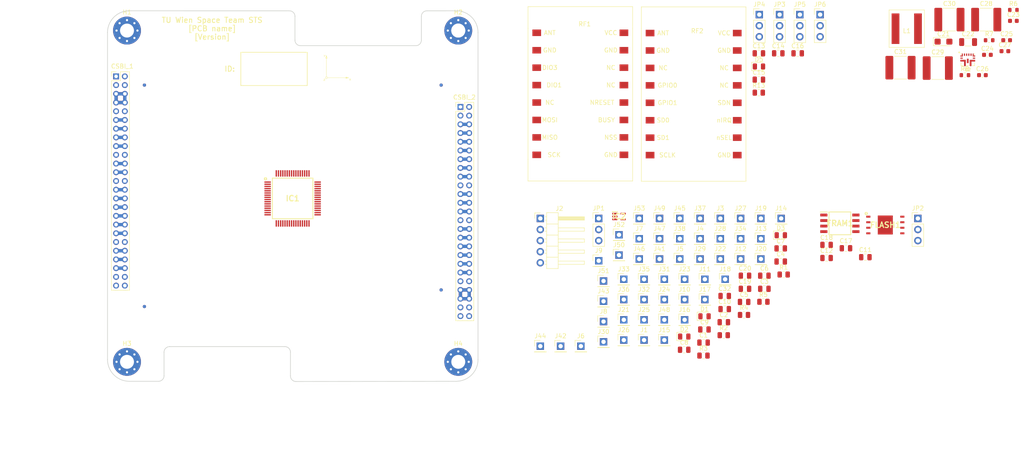
<source format=kicad_pcb>
(kicad_pcb (version 20171130) (host pcbnew "(5.1.10)-1")
  (layers (0 F.Cu signal) (1 In1.Cu power) (2 In2.Cu mixed) (31 B.Cu signal) (34 B.Paste user hide) (35 F.Paste user hide) (36 B.SilkS user) (37 F.SilkS user) (38 B.Mask user hide) (39 F.Mask user hide) (44 Edge.Cuts user))
  (net 0 "")
  (net 1 GND)
  (net 2 /STS1_connector/EDU_SPI_6)
  (net 3 /STS1_connector/EDU_SPI_5)
  (net 4 /STS1_connector/EDU_SPI_4)
  (net 5 /STS1_connector/EDU_SPI_3)
  (net 6 /STS1_connector/EDU_SPI_2)
  (net 7 /STS1_connector/EDU_SPI_1)
  (net 8 /STS1_connector/EDU_UPDATE)
  (net 9 /STS1_connector/EDU_EN)
  (net 10 /STS1_connector/UART_COBC_EDU_2)
  (net 11 /STS1_connector/UART_COBC_EDU_1)
  (net 12 /STS1_connector/EDU_Heartbeat)
  (net 13 VBUS)
  (net 14 /STS1_connector/COBC_SPI_6)
  (net 15 /STS1_connector/COBC_SPI_5)
  (net 16 /STS1_connector/COBC_SPI_4)
  (net 17 /STS1_connector/COBC_SPI_3)
  (net 18 /STS1_connector/COBC_SPI_2)
  (net 19 /STS1_connector/COBC_SPI_1)
  (net 20 /STS1_connector/EPS_CHARGING)
  (net 21 /STS1_connector/EPS_ANT_DEPLOYED)
  (net 22 /STS1_connector/EPS_BAT_GOOD)
  (net 23 /STS1_connector/UCI_COBC_3V3)
  (net 24 /STS1_connector/UCI_COBC_UART_2)
  (net 25 /STS1_connector/UCI_COBC_UART_1)
  (net 26 "Net-(CSBI_1-Pad45)")
  (net 27 "Net-(CSBI_1-Pad43)")
  (net 28 "Net-(CSBI_1-Pad41)")
  (net 29 "Net-(CSBI_1-Pad11)")
  (net 30 "Net-(CSBI_2-Pad11)")
  (net 31 "Net-(CSBI_2-Pad10)")
  (net 32 "Net-(CSBI_2-Pad7)")
  (net 33 "Net-(CSBI_2-Pad5)")
  (net 34 "Net-(C1-Pad2)")
  (net 35 "Net-(C2-Pad2)")
  (net 36 +3V3)
  (net 37 "Net-(C8-Pad1)")
  (net 38 +5V)
  (net 39 /STS1_PowerRegulation/VIN)
  (net 40 "Net-(C24-Pad2)")
  (net 41 "Net-(C24-Pad1)")
  (net 42 "Net-(C25-Pad1)")
  (net 43 "Net-(C26-Pad1)")
  (net 44 "Net-(C27-Pad1)")
  (net 45 /STS1_COBC_uC/STM32_NRST)
  (net 46 "Net-(D1-Pad2)")
  (net 47 "Net-(D2-Pad2)")
  (net 48 "Net-(D3-Pad2)")
  (net 49 "Net-(D5-Pad1)")
  (net 50 "Net-(D5-Pad2)")
  (net 51 /STS1_COBC_Memories/Flash_CS)
  (net 52 /STS1_COBC_Memories/Flash_DataOutput)
  (net 53 /STS1_COBC_Memories/Flash_WP)
  (net 54 /STS1_COBC_Memories/Flash_DataInput)
  (net 55 /STS1_COBC_Memories/Flash_CLK)
  (net 56 "Net-(FLASH1-Pad7)")
  (net 57 "Net-(FLASH1-Pad9)")
  (net 58 /STS1_COBC_Memories/FRAM_CS)
  (net 59 /STS1_COBC_Memories/FRAM_DataOutput)
  (net 60 /STS1_COBC_Memories/FRAM_DataInput)
  (net 61 /STS1_COBC_Memories/FRAM_CLK)
  (net 62 /STS1_COBC_uC/PC13)
  (net 63 /STS1_COBC_uC/PC14)
  (net 64 /STS1_COBC_uC/PC15)
  (net 65 "Net-(IC1-Pad6)")
  (net 66 /STS1_COBC_uC/PC0)
  (net 67 /STS1_COBC_uC/PC1)
  (net 68 "Net-(IC1-Pad14)")
  (net 69 /STS1_RF/RF4463_SDI)
  (net 70 "Net-(IC1-Pad16)")
  (net 71 "Net-(IC1-Pad17)")
  (net 72 /STS1_RF/LoRa_NSS)
  (net 73 "Net-(IC1-Pad25)")
  (net 74 "Net-(IC1-Pad26)")
  (net 75 "Net-(IC1-Pad27)")
  (net 76 "Net-(IC1-Pad29)")
  (net 77 /STS1_RF/RF4463_nSEL)
  (net 78 /STS1_RF/RF4463_SPI_CLK)
  (net 79 "Net-(IC1-Pad35)")
  (net 80 "Net-(IC1-Pad36)")
  (net 81 "Net-(IC1-Pad37)")
  (net 82 "Net-(IC1-Pad39)")
  (net 83 "Net-(IC1-Pad40)")
  (net 84 "Net-(IC1-Pad41)")
  (net 85 "/STS1_COBC_uC/STM32_PA9(Watchdog_toggle)")
  (net 86 "Net-(IC1-Pad43)")
  (net 87 /STS1_RF/RF4463_SDO)
  (net 88 "Net-(IC1-Pad45)")
  (net 89 "Net-(IC1-Pad46)")
  (net 90 "Net-(IC1-Pad49)")
  (net 91 /STS1_COBC_uC/PA15)
  (net 92 /STS1_RF/LoRa_SPI_CLK)
  (net 93 /STS1_RF/LoRa_MISO)
  (net 94 /STS1_RF/LoRa_MOSI)
  (net 95 /STS1_COBC_uC/PD2)
  (net 96 /STS1_COBC_uC/PB3)
  (net 97 /STS1_COBC_uC/PB4)
  (net 98 /STS1_COBC_uC/PB5)
  (net 99 /STS1_COBC_uC/PB6)
  (net 100 /STS1_COBC_uC/PB7)
  (net 101 "Net-(IC1-Pad60)")
  (net 102 /STS1_COBC_uC/PB9)
  (net 103 "Net-(IC2-Pad1)")
  (net 104 "Net-(JP3-Pad2)")
  (net 105 "Net-(JP4-Pad2)")
  (net 106 "Net-(JP5-Pad2)")
  (net 107 "Net-(JP6-Pad2)")
  (net 108 "Net-(R7-Pad2)")
  (module STS:Coordinates (layer F.Cu) (at 167.59854 54.88636)
    (fp_text reference U1 hide)
    (fp_text value coordinate_system hide)
  )
  (module Fiducial:Fiducial_0.75mm_Mask1.5mm (layer B.Cu) (at 123.37 109.65)
    (fp_text reference FID8 hide)
    (fp_text value Fiducial)
    (pad "" smd circle (at 0 0) (size 0.75 0.75) (layers B.Cu B.Mask) (clearance 0.375))
  )
  (module Fiducial:Fiducial_0.75mm_Mask1.5mm (layer B.Cu) (at 191.442 105.84)
    (fp_text reference FID7 hide)
    (fp_text value Fiducial)
    (pad "" smd circle (at 0 0) (size 0.75 0.75) (layers B.Cu B.Mask) (clearance 0.375))
  )
  (module Fiducial:Fiducial_0.75mm_Mask1.5mm (layer B.Cu) (at 191.442 58.85)
    (fp_text reference FID6 hide)
    (fp_text value Fiducial)
    (pad "" smd circle (at 0 0) (size 0.75 0.75) (layers B.Cu B.Mask) (clearance 0.375))
  )
  (module Fiducial:Fiducial_0.75mm_Mask1.5mm (layer B.Cu) (at 123.37 58.85)
    (fp_text reference FID5 hide)
    (fp_text value Fiducial)
    (pad "" smd circle (at 0 0) (size 0.75 0.75) (layers B.Cu B.Mask) (clearance 0.375))
  )
  (module Connector_PinHeader_2.00mm:PinHeader_2x25_P2.00mm_Vertical (layer F.Cu) (at 195.87 63.85)
    (fp_text reference CSBI_2 (at 0.906 -2.206) (layer F.SilkS))
    (fp_text value Conn_02x25_Odd_Even)
    (pad 50 thru_hole oval (at 2 48) (size 1.35 1.35) (drill 0.8) (layers *.Cu *.Mask) (net 1 GND))
    (pad 49 thru_hole oval (at 0 48) (size 1.35 1.35) (drill 0.8) (layers *.Cu *.Mask) (net 1 GND))
    (pad 48 thru_hole oval (at 2 46) (size 1.35 1.35) (drill 0.8) (layers *.Cu *.Mask) (net 1 GND))
    (pad 47 thru_hole oval (at 0 46) (size 1.35 1.35) (drill 0.8) (layers *.Cu *.Mask) (net 1 GND))
    (pad 46 thru_hole oval (at 2 44) (size 1.35 1.35) (drill 0.8) (layers *.Cu *.Mask) (net 13 VBUS))
    (pad 45 thru_hole oval (at 0 44) (size 1.35 1.35) (drill 0.8) (layers *.Cu *.Mask) (net 13 VBUS))
    (pad 44 thru_hole oval (at 2 42) (size 1.35 1.35) (drill 0.8) (layers *.Cu *.Mask) (net 13 VBUS))
    (pad 43 thru_hole oval (at 0 42) (size 1.35 1.35) (drill 0.8) (layers *.Cu *.Mask) (net 13 VBUS))
    (pad 42 thru_hole oval (at 2 40) (size 1.35 1.35) (drill 0.8) (layers *.Cu *.Mask) (net 1 GND))
    (pad 41 thru_hole oval (at 0 40) (size 1.35 1.35) (drill 0.8) (layers *.Cu *.Mask) (net 1 GND))
    (pad 40 thru_hole oval (at 2 38) (size 1.35 1.35) (drill 0.8) (layers *.Cu *.Mask) (net 14 /STS1_connector/COBC_SPI_6))
    (pad 39 thru_hole oval (at 0 38) (size 1.35 1.35) (drill 0.8) (layers *.Cu *.Mask) (net 14 /STS1_connector/COBC_SPI_6))
    (pad 38 thru_hole oval (at 2 36) (size 1.35 1.35) (drill 0.8) (layers *.Cu *.Mask) (net 15 /STS1_connector/COBC_SPI_5))
    (pad 37 thru_hole oval (at 0 36) (size 1.35 1.35) (drill 0.8) (layers *.Cu *.Mask) (net 15 /STS1_connector/COBC_SPI_5))
    (pad 36 thru_hole oval (at 2 34) (size 1.35 1.35) (drill 0.8) (layers *.Cu *.Mask) (net 16 /STS1_connector/COBC_SPI_4))
    (pad 35 thru_hole oval (at 0 34) (size 1.35 1.35) (drill 0.8) (layers *.Cu *.Mask) (net 16 /STS1_connector/COBC_SPI_4))
    (pad 34 thru_hole oval (at 2 32) (size 1.35 1.35) (drill 0.8) (layers *.Cu *.Mask) (net 17 /STS1_connector/COBC_SPI_3))
    (pad 33 thru_hole oval (at 0 32) (size 1.35 1.35) (drill 0.8) (layers *.Cu *.Mask) (net 17 /STS1_connector/COBC_SPI_3))
    (pad 32 thru_hole oval (at 2 30) (size 1.35 1.35) (drill 0.8) (layers *.Cu *.Mask) (net 18 /STS1_connector/COBC_SPI_2))
    (pad 31 thru_hole oval (at 0 30) (size 1.35 1.35) (drill 0.8) (layers *.Cu *.Mask) (net 18 /STS1_connector/COBC_SPI_2))
    (pad 30 thru_hole oval (at 2 28) (size 1.35 1.35) (drill 0.8) (layers *.Cu *.Mask) (net 19 /STS1_connector/COBC_SPI_1))
    (pad 29 thru_hole oval (at 0 28) (size 1.35 1.35) (drill 0.8) (layers *.Cu *.Mask) (net 19 /STS1_connector/COBC_SPI_1))
    (pad 28 thru_hole oval (at 2 26) (size 1.35 1.35) (drill 0.8) (layers *.Cu *.Mask) (net 1 GND))
    (pad 27 thru_hole oval (at 0 26) (size 1.35 1.35) (drill 0.8) (layers *.Cu *.Mask) (net 1 GND))
    (pad 26 thru_hole oval (at 2 24) (size 1.35 1.35) (drill 0.8) (layers *.Cu *.Mask) (net 20 /STS1_connector/EPS_CHARGING))
    (pad 25 thru_hole oval (at 0 24) (size 1.35 1.35) (drill 0.8) (layers *.Cu *.Mask) (net 20 /STS1_connector/EPS_CHARGING))
    (pad 24 thru_hole oval (at 2 22) (size 1.35 1.35) (drill 0.8) (layers *.Cu *.Mask) (net 21 /STS1_connector/EPS_ANT_DEPLOYED))
    (pad 23 thru_hole oval (at 0 22) (size 1.35 1.35) (drill 0.8) (layers *.Cu *.Mask) (net 21 /STS1_connector/EPS_ANT_DEPLOYED))
    (pad 22 thru_hole oval (at 2 20) (size 1.35 1.35) (drill 0.8) (layers *.Cu *.Mask) (net 22 /STS1_connector/EPS_BAT_GOOD))
    (pad 21 thru_hole oval (at 0 20) (size 1.35 1.35) (drill 0.8) (layers *.Cu *.Mask) (net 22 /STS1_connector/EPS_BAT_GOOD))
    (pad 20 thru_hole oval (at 2 18) (size 1.35 1.35) (drill 0.8) (layers *.Cu *.Mask) (net 1 GND))
    (pad 19 thru_hole oval (at 0 18) (size 1.35 1.35) (drill 0.8) (layers *.Cu *.Mask) (net 1 GND))
    (pad 18 thru_hole oval (at 2 16) (size 1.35 1.35) (drill 0.8) (layers *.Cu *.Mask) (net 23 /STS1_connector/UCI_COBC_3V3))
    (pad 17 thru_hole oval (at 0 16) (size 1.35 1.35) (drill 0.8) (layers *.Cu *.Mask) (net 23 /STS1_connector/UCI_COBC_3V3))
    (pad 16 thru_hole oval (at 2 14) (size 1.35 1.35) (drill 0.8) (layers *.Cu *.Mask) (net 24 /STS1_connector/UCI_COBC_UART_2))
    (pad 15 thru_hole oval (at 0 14) (size 1.35 1.35) (drill 0.8) (layers *.Cu *.Mask) (net 24 /STS1_connector/UCI_COBC_UART_2))
    (pad 14 thru_hole oval (at 2 12) (size 1.35 1.35) (drill 0.8) (layers *.Cu *.Mask) (net 25 /STS1_connector/UCI_COBC_UART_1))
    (pad 13 thru_hole oval (at 0 12) (size 1.35 1.35) (drill 0.8) (layers *.Cu *.Mask) (net 25 /STS1_connector/UCI_COBC_UART_1))
    (pad 12 thru_hole oval (at 2 10) (size 1.35 1.35) (drill 0.8) (layers *.Cu *.Mask) (net 30 "Net-(CSBI_2-Pad11)"))
    (pad 11 thru_hole oval (at 0 10) (size 1.35 1.35) (drill 0.8) (layers *.Cu *.Mask) (net 30 "Net-(CSBI_2-Pad11)"))
    (pad 10 thru_hole oval (at 2 8) (size 1.35 1.35) (drill 0.8) (layers *.Cu *.Mask) (net 31 "Net-(CSBI_2-Pad10)"))
    (pad 9 thru_hole oval (at 0 8) (size 1.35 1.35) (drill 0.8) (layers *.Cu *.Mask) (net 31 "Net-(CSBI_2-Pad10)"))
    (pad 8 thru_hole oval (at 2 6) (size 1.35 1.35) (drill 0.8) (layers *.Cu *.Mask) (net 32 "Net-(CSBI_2-Pad7)"))
    (pad 7 thru_hole oval (at 0 6) (size 1.35 1.35) (drill 0.8) (layers *.Cu *.Mask) (net 32 "Net-(CSBI_2-Pad7)"))
    (pad 6 thru_hole oval (at 2 4) (size 1.35 1.35) (drill 0.8) (layers *.Cu *.Mask) (net 33 "Net-(CSBI_2-Pad5)"))
    (pad 5 thru_hole oval (at 0 4) (size 1.35 1.35) (drill 0.8) (layers *.Cu *.Mask) (net 33 "Net-(CSBI_2-Pad5)"))
    (pad 4 thru_hole oval (at 2 2) (size 1.35 1.35) (drill 0.8) (layers *.Cu *.Mask) (net 1 GND))
    (pad 3 thru_hole oval (at 0 2) (size 1.35 1.35) (drill 0.8) (layers *.Cu *.Mask) (net 1 GND))
    (pad 2 thru_hole oval (at 2 0) (size 1.35 1.35) (drill 0.8) (layers *.Cu *.Mask) (net 1 GND))
    (pad 1 thru_hole rect (at 0 0) (size 1.35 1.35) (drill 0.8) (layers *.Cu *.Mask) (net 1 GND))
  )
  (module Connector_PinHeader_2.00mm:PinHeader_2x25_P2.00mm_Vertical (layer F.Cu) (at 116.87 56.85)
    (fp_text reference CSBI_1 (at 1.42 -2.318) (layer F.SilkS))
    (fp_text value Conn_02x25_Odd_Even)
    (pad 50 thru_hole oval (at 2 48) (size 1.35 1.35) (drill 0.8) (layers *.Cu *.Mask) (net 1 GND))
    (pad 49 thru_hole oval (at 0 48) (size 1.35 1.35) (drill 0.8) (layers *.Cu *.Mask) (net 1 GND))
    (pad 48 thru_hole oval (at 2 46) (size 1.35 1.35) (drill 0.8) (layers *.Cu *.Mask) (net 1 GND))
    (pad 47 thru_hole oval (at 0 46) (size 1.35 1.35) (drill 0.8) (layers *.Cu *.Mask) (net 1 GND))
    (pad 46 thru_hole oval (at 2 44) (size 1.35 1.35) (drill 0.8) (layers *.Cu *.Mask) (net 26 "Net-(CSBI_1-Pad45)"))
    (pad 45 thru_hole oval (at 0 44) (size 1.35 1.35) (drill 0.8) (layers *.Cu *.Mask) (net 26 "Net-(CSBI_1-Pad45)"))
    (pad 44 thru_hole oval (at 2 42) (size 1.35 1.35) (drill 0.8) (layers *.Cu *.Mask) (net 27 "Net-(CSBI_1-Pad43)"))
    (pad 43 thru_hole oval (at 0 42) (size 1.35 1.35) (drill 0.8) (layers *.Cu *.Mask) (net 27 "Net-(CSBI_1-Pad43)"))
    (pad 42 thru_hole oval (at 2 40) (size 1.35 1.35) (drill 0.8) (layers *.Cu *.Mask) (net 28 "Net-(CSBI_1-Pad41)"))
    (pad 41 thru_hole oval (at 0 40) (size 1.35 1.35) (drill 0.8) (layers *.Cu *.Mask) (net 28 "Net-(CSBI_1-Pad41)"))
    (pad 40 thru_hole oval (at 2 38) (size 1.35 1.35) (drill 0.8) (layers *.Cu *.Mask) (net 1 GND))
    (pad 39 thru_hole oval (at 0 38) (size 1.35 1.35) (drill 0.8) (layers *.Cu *.Mask) (net 1 GND))
    (pad 38 thru_hole oval (at 2 36) (size 1.35 1.35) (drill 0.8) (layers *.Cu *.Mask) (net 2 /STS1_connector/EDU_SPI_6))
    (pad 37 thru_hole oval (at 0 36) (size 1.35 1.35) (drill 0.8) (layers *.Cu *.Mask) (net 2 /STS1_connector/EDU_SPI_6))
    (pad 36 thru_hole oval (at 2 34) (size 1.35 1.35) (drill 0.8) (layers *.Cu *.Mask) (net 3 /STS1_connector/EDU_SPI_5))
    (pad 35 thru_hole oval (at 0 34) (size 1.35 1.35) (drill 0.8) (layers *.Cu *.Mask) (net 3 /STS1_connector/EDU_SPI_5))
    (pad 34 thru_hole oval (at 2 32) (size 1.35 1.35) (drill 0.8) (layers *.Cu *.Mask) (net 4 /STS1_connector/EDU_SPI_4))
    (pad 33 thru_hole oval (at 0 32) (size 1.35 1.35) (drill 0.8) (layers *.Cu *.Mask) (net 4 /STS1_connector/EDU_SPI_4))
    (pad 32 thru_hole oval (at 2 30) (size 1.35 1.35) (drill 0.8) (layers *.Cu *.Mask) (net 5 /STS1_connector/EDU_SPI_3))
    (pad 31 thru_hole oval (at 0 30) (size 1.35 1.35) (drill 0.8) (layers *.Cu *.Mask) (net 5 /STS1_connector/EDU_SPI_3))
    (pad 30 thru_hole oval (at 2 28) (size 1.35 1.35) (drill 0.8) (layers *.Cu *.Mask) (net 6 /STS1_connector/EDU_SPI_2))
    (pad 29 thru_hole oval (at 0 28) (size 1.35 1.35) (drill 0.8) (layers *.Cu *.Mask) (net 6 /STS1_connector/EDU_SPI_2))
    (pad 28 thru_hole oval (at 2 26) (size 1.35 1.35) (drill 0.8) (layers *.Cu *.Mask) (net 7 /STS1_connector/EDU_SPI_1))
    (pad 27 thru_hole oval (at 0 26) (size 1.35 1.35) (drill 0.8) (layers *.Cu *.Mask) (net 7 /STS1_connector/EDU_SPI_1))
    (pad 26 thru_hole oval (at 2 24) (size 1.35 1.35) (drill 0.8) (layers *.Cu *.Mask) (net 1 GND))
    (pad 25 thru_hole oval (at 0 24) (size 1.35 1.35) (drill 0.8) (layers *.Cu *.Mask) (net 1 GND))
    (pad 24 thru_hole oval (at 2 22) (size 1.35 1.35) (drill 0.8) (layers *.Cu *.Mask) (net 8 /STS1_connector/EDU_UPDATE))
    (pad 23 thru_hole oval (at 0 22) (size 1.35 1.35) (drill 0.8) (layers *.Cu *.Mask) (net 8 /STS1_connector/EDU_UPDATE))
    (pad 22 thru_hole oval (at 2 20) (size 1.35 1.35) (drill 0.8) (layers *.Cu *.Mask) (net 9 /STS1_connector/EDU_EN))
    (pad 21 thru_hole oval (at 0 20) (size 1.35 1.35) (drill 0.8) (layers *.Cu *.Mask) (net 9 /STS1_connector/EDU_EN))
    (pad 20 thru_hole oval (at 2 18) (size 1.35 1.35) (drill 0.8) (layers *.Cu *.Mask) (net 1 GND))
    (pad 19 thru_hole oval (at 0 18) (size 1.35 1.35) (drill 0.8) (layers *.Cu *.Mask) (net 1 GND))
    (pad 18 thru_hole oval (at 2 16) (size 1.35 1.35) (drill 0.8) (layers *.Cu *.Mask) (net 10 /STS1_connector/UART_COBC_EDU_2))
    (pad 17 thru_hole oval (at 0 16) (size 1.35 1.35) (drill 0.8) (layers *.Cu *.Mask) (net 10 /STS1_connector/UART_COBC_EDU_2))
    (pad 16 thru_hole oval (at 2 14) (size 1.35 1.35) (drill 0.8) (layers *.Cu *.Mask) (net 11 /STS1_connector/UART_COBC_EDU_1))
    (pad 15 thru_hole oval (at 0 14) (size 1.35 1.35) (drill 0.8) (layers *.Cu *.Mask) (net 11 /STS1_connector/UART_COBC_EDU_1))
    (pad 14 thru_hole oval (at 2 12) (size 1.35 1.35) (drill 0.8) (layers *.Cu *.Mask) (net 12 /STS1_connector/EDU_Heartbeat))
    (pad 13 thru_hole oval (at 0 12) (size 1.35 1.35) (drill 0.8) (layers *.Cu *.Mask) (net 12 /STS1_connector/EDU_Heartbeat))
    (pad 12 thru_hole oval (at 2 10) (size 1.35 1.35) (drill 0.8) (layers *.Cu *.Mask) (net 29 "Net-(CSBI_1-Pad11)"))
    (pad 11 thru_hole oval (at 0 10) (size 1.35 1.35) (drill 0.8) (layers *.Cu *.Mask) (net 29 "Net-(CSBI_1-Pad11)"))
    (pad 10 thru_hole oval (at 2 8) (size 1.35 1.35) (drill 0.8) (layers *.Cu *.Mask) (net 1 GND))
    (pad 9 thru_hole oval (at 0 8) (size 1.35 1.35) (drill 0.8) (layers *.Cu *.Mask) (net 1 GND))
    (pad 8 thru_hole oval (at 2 6) (size 1.35 1.35) (drill 0.8) (layers *.Cu *.Mask) (net 13 VBUS))
    (pad 7 thru_hole oval (at 0 6) (size 1.35 1.35) (drill 0.8) (layers *.Cu *.Mask) (net 13 VBUS))
    (pad 6 thru_hole oval (at 2 4) (size 1.35 1.35) (drill 0.8) (layers *.Cu *.Mask) (net 13 VBUS))
    (pad 5 thru_hole oval (at 0 4) (size 1.35 1.35) (drill 0.8) (layers *.Cu *.Mask) (net 13 VBUS))
    (pad 4 thru_hole oval (at 2 2) (size 1.35 1.35) (drill 0.8) (layers *.Cu *.Mask) (net 1 GND))
    (pad 3 thru_hole oval (at 0 2) (size 1.35 1.35) (drill 0.8) (layers *.Cu *.Mask) (net 1 GND))
    (pad 2 thru_hole oval (at 2 0) (size 1.35 1.35) (drill 0.8) (layers *.Cu *.Mask) (net 1 GND))
    (pad 1 thru_hole rect (at 0 0) (size 1.35 1.35) (drill 0.8) (layers *.Cu *.Mask) (net 1 GND))
  )
  (module Fiducial:Fiducial_0.75mm_Mask1.5mm (layer F.Cu) (at 123.37 58.85)
    (fp_text reference FID4 hide)
    (fp_text value Fiducial)
    (pad "" smd circle (at 0 0) (size 0.75 0.75) (layers F.Cu F.Mask) (clearance 0.375))
  )
  (module Fiducial:Fiducial_0.75mm_Mask1.5mm (layer F.Cu) (at 191.442 105.84)
    (fp_text reference FID3 hide)
    (fp_text value Fiducial)
    (pad "" smd circle (at 0 0) (size 0.75 0.75) (layers F.Cu F.Mask) (clearance 0.375))
  )
  (module Fiducial:Fiducial_0.75mm_Mask1.5mm (layer F.Cu) (at 191.442 58.85)
    (fp_text reference FID2 hide)
    (fp_text value Fiducial)
    (pad "" smd circle (at 0 0) (size 0.75 0.75) (layers F.Cu F.Mask) (clearance 0.375))
  )
  (module Fiducial:Fiducial_0.75mm_Mask1.5mm (layer F.Cu) (at 123.37 109.65)
    (fp_text reference FID1 hide)
    (fp_text value Fiducial)
    (pad "" smd circle (at 0 0) (size 0.75 0.75) (layers F.Cu F.Mask) (clearance 0.375))
  )
  (module Mounting_Holes:MountingHole_3.2mm_M3 (layer F.Cu) (at 195.37 46.34)
    (fp_text reference REF** hide)
    (fp_text value MountingHole_3.2mm_M3 hide)
    (pad 1 np_thru_hole circle (at 0 0) (size 3.2 3.2) (drill 3.2) (layers *.Cu *.Mask))
  )
  (module Capacitor_SMD:C_0805_2012Metric (layer F.Cu) (at 251.645001 117.925001)
    (fp_text reference C1 (at 0 -1.68) (layer F.SilkS))
    (fp_text value 20p)
    (pad 2 smd roundrect (at 0.95 0) (size 1 1.45) (layers F.Cu F.Paste F.Mask) (net 34 "Net-(C1-Pad2)"))
    (pad 1 smd roundrect (at -0.95 0) (size 1 1.45) (layers F.Cu F.Paste F.Mask) (net 1 GND))
  )
  (module Capacitor_SMD:C_0805_2012Metric (layer F.Cu) (at 256.295001 113.245001)
    (fp_text reference C2 (at 0 -1.68) (layer F.SilkS))
    (fp_text value 20p)
    (pad 1 smd roundrect (at -0.95 0) (size 1 1.45) (layers F.Cu F.Paste F.Mask) (net 1 GND))
    (pad 2 smd roundrect (at 0.95 0) (size 1 1.45) (layers F.Cu F.Paste F.Mask) (net 35 "Net-(C2-Pad2)"))
  )
  (module Capacitor_SMD:C_0805_2012Metric (layer F.Cu) (at 265.595001 105.585001)
    (fp_text reference C3 (at 0 -1.68) (layer F.SilkS))
    (fp_text value 1u)
    (pad 1 smd roundrect (at -0.95 0) (size 1 1.45) (layers F.Cu F.Paste F.Mask) (net 36 +3V3))
    (pad 2 smd roundrect (at 0.95 0) (size 1 1.45) (layers F.Cu F.Paste F.Mask) (net 1 GND))
  )
  (module Capacitor_SMD:C_0805_2012Metric (layer F.Cu) (at 269.345001 99.325001)
    (fp_text reference C4 (at 0 -1.68) (layer F.SilkS))
    (fp_text value 100n)
    (pad 1 smd roundrect (at -0.95 0) (size 1 1.45) (layers F.Cu F.Paste F.Mask) (net 1 GND))
    (pad 2 smd roundrect (at 0.95 0) (size 1 1.45) (layers F.Cu F.Paste F.Mask) (net 36 +3V3))
  )
  (module Capacitor_SMD:C_0805_2012Metric (layer F.Cu) (at 260.945001 108.595001)
    (fp_text reference C5 (at 0 -1.68) (layer F.SilkS))
    (fp_text value 100n)
    (pad 2 smd roundrect (at 0.95 0) (size 1 1.45) (layers F.Cu F.Paste F.Mask) (net 36 +3V3))
    (pad 1 smd roundrect (at -0.95 0) (size 1 1.45) (layers F.Cu F.Paste F.Mask) (net 1 GND))
  )
  (module Capacitor_SMD:C_0805_2012Metric (layer F.Cu) (at 265.595001 102.575001)
    (fp_text reference C6 (at 0 -1.68) (layer F.SilkS))
    (fp_text value 4.7u)
    (pad 2 smd roundrect (at 0.95 0) (size 1 1.45) (layers F.Cu F.Paste F.Mask) (net 36 +3V3))
    (pad 1 smd roundrect (at -0.95 0) (size 1 1.45) (layers F.Cu F.Paste F.Mask) (net 1 GND))
  )
  (module Capacitor_SMD:C_0805_2012Metric (layer F.Cu) (at 269.345001 96.315001)
    (fp_text reference C7 (at 0 -1.68) (layer F.SilkS))
    (fp_text value 100n)
    (pad 2 smd roundrect (at 0.95 0) (size 1 1.45) (layers F.Cu F.Paste F.Mask) (net 36 +3V3))
    (pad 1 smd roundrect (at -0.95 0) (size 1 1.45) (layers F.Cu F.Paste F.Mask) (net 1 GND))
  )
  (module Capacitor_SMD:C_0805_2012Metric (layer F.Cu) (at 247.195001 119.565001)
    (fp_text reference C8 (at 0 -1.68) (layer F.SilkS))
    (fp_text value 4.7u)
    (pad 1 smd roundrect (at -0.95 0) (size 1 1.45) (layers F.Cu F.Paste F.Mask) (net 37 "Net-(C8-Pad1)"))
    (pad 2 smd roundrect (at 0.95 0) (size 1 1.45) (layers F.Cu F.Paste F.Mask) (net 1 GND))
  )
  (module Capacitor_SMD:C_0805_2012Metric (layer F.Cu) (at 251.845001 114.915001)
    (fp_text reference C9 (at 0 -1.68) (layer F.SilkS))
    (fp_text value 100n)
    (pad 1 smd roundrect (at -0.95 0) (size 1 1.45) (layers F.Cu F.Paste F.Mask) (net 36 +3V3))
    (pad 2 smd roundrect (at 0.95 0) (size 1 1.45) (layers F.Cu F.Paste F.Mask) (net 1 GND))
  )
  (module Capacitor_SMD:C_0805_2012Metric (layer F.Cu) (at 256.495001 110.235001)
    (fp_text reference C10 (at 0 -1.68) (layer F.SilkS))
    (fp_text value 100n)
    (pad 1 smd roundrect (at -0.95 0) (size 1 1.45) (layers F.Cu F.Paste F.Mask) (net 36 +3V3))
    (pad 2 smd roundrect (at 0.95 0) (size 1 1.45) (layers F.Cu F.Paste F.Mask) (net 1 GND))
  )
  (module Capacitor_SMD:C_0805_2012Metric (layer F.Cu) (at 288.765001 98.325001)
    (fp_text reference C11 (at 0 -1.68) (layer F.SilkS))
    (fp_text value 100n)
    (pad 1 smd roundrect (at -0.95 0) (size 1 1.45) (layers F.Cu F.Paste F.Mask) (net 1 GND))
    (pad 2 smd roundrect (at 0.95 0) (size 1 1.45) (layers F.Cu F.Paste F.Mask) (net 36 +3V3))
  )
  (module Capacitor_SMD:C_0805_2012Metric (layer F.Cu) (at 279.865001 98.515001)
    (fp_text reference C12 (at 0 -1.68) (layer F.SilkS))
    (fp_text value 47u)
    (pad 2 smd roundrect (at 0.95 0) (size 1 1.45) (layers F.Cu F.Paste F.Mask) (net 36 +3V3))
    (pad 1 smd roundrect (at -0.95 0) (size 1 1.45) (layers F.Cu F.Paste F.Mask) (net 1 GND))
  )
  (module Capacitor_SMD:C_0805_2012Metric (layer F.Cu) (at 264.335001 51.555001)
    (fp_text reference C13 (at 0 -1.68) (layer F.SilkS))
    (fp_text value 100n)
    (pad 1 smd roundrect (at -0.95 0) (size 1 1.45) (layers F.Cu F.Paste F.Mask) (net 38 +5V))
    (pad 2 smd roundrect (at 0.95 0) (size 1 1.45) (layers F.Cu F.Paste F.Mask) (net 1 GND))
  )
  (module Capacitor_SMD:C_0805_2012Metric (layer F.Cu) (at 268.785001 51.555001)
    (fp_text reference C14 (at 0 -1.68) (layer F.SilkS))
    (fp_text value 47u)
    (pad 2 smd roundrect (at 0.95 0) (size 1 1.45) (layers F.Cu F.Paste F.Mask) (net 1 GND))
    (pad 1 smd roundrect (at -0.95 0) (size 1 1.45) (layers F.Cu F.Paste F.Mask) (net 38 +5V))
  )
  (module Capacitor_SMD:C_0805_2012Metric (layer F.Cu) (at 264.335001 57.605001)
    (fp_text reference C15 (at 0 -1.68) (layer F.SilkS))
    (fp_text value 100n)
    (pad 2 smd roundrect (at 0.95 0) (size 1 1.45) (layers F.Cu F.Paste F.Mask) (net 1 GND))
    (pad 1 smd roundrect (at -0.95 0) (size 1 1.45) (layers F.Cu F.Paste F.Mask) (net 38 +5V))
  )
  (module Capacitor_SMD:C_0805_2012Metric (layer F.Cu) (at 273.235001 51.555001)
    (fp_text reference C16 (at 0 -1.68) (layer F.SilkS))
    (fp_text value 47u)
    (pad 2 smd roundrect (at 0.95 0) (size 1 1.45) (layers F.Cu F.Paste F.Mask) (net 1 GND))
    (pad 1 smd roundrect (at -0.95 0) (size 1 1.45) (layers F.Cu F.Paste F.Mask) (net 38 +5V))
  )
  (module Capacitor_SMD:C_0805_2012Metric (layer F.Cu) (at 284.315001 96.275001)
    (fp_text reference C17 (at 0 -1.68) (layer F.SilkS))
    (fp_text value 100n)
    (pad 1 smd roundrect (at -0.95 0) (size 1 1.45) (layers F.Cu F.Paste F.Mask) (net 1 GND))
    (pad 2 smd roundrect (at 0.95 0) (size 1 1.45) (layers F.Cu F.Paste F.Mask) (net 36 +3V3))
  )
  (module Capacitor_SMD:C_0805_2012Metric (layer F.Cu) (at 279.865001 95.505001)
    (fp_text reference C18 (at 0 -1.68) (layer F.SilkS))
    (fp_text value 47u)
    (pad 2 smd roundrect (at 0.95 0) (size 1 1.45) (layers F.Cu F.Paste F.Mask) (net 36 +3V3))
    (pad 1 smd roundrect (at -0.95 0) (size 1 1.45) (layers F.Cu F.Paste F.Mask) (net 1 GND))
  )
  (module Capacitor_SMD:C_0805_2012Metric (layer F.Cu) (at 261.145001 105.585001)
    (fp_text reference C19 (at 0 -1.68) (layer F.SilkS))
    (fp_text value 100n)
    (pad 1 smd roundrect (at -0.95 0) (size 1 1.45) (layers F.Cu F.Paste F.Mask) (net 36 +3V3))
    (pad 2 smd roundrect (at 0.95 0) (size 1 1.45) (layers F.Cu F.Paste F.Mask) (net 1 GND))
  )
  (module Capacitor_SMD:C_0805_2012Metric (layer F.Cu) (at 261.145001 102.575001)
    (fp_text reference C20 (at 0 -1.68) (layer F.SilkS))
    (fp_text value 47u)
    (pad 2 smd roundrect (at 0.95 0) (size 1 1.45) (layers F.Cu F.Paste F.Mask) (net 1 GND))
    (pad 1 smd roundrect (at -0.95 0) (size 1 1.45) (layers F.Cu F.Paste F.Mask) (net 36 +3V3))
  )
  (module Capacitor_Tantalum_SMD:CP_EIA-3216-18_Kemet-A (layer F.Cu) (at 306.690001 48.875001)
    (fp_text reference C21 (at 0 -1.75) (layer F.SilkS))
    (fp_text value 47uF)
    (pad 1 smd roundrect (at -1.35 0) (size 1.4 1.35) (layers F.Cu F.Paste F.Mask) (roundrect_rratio 0.185185) (net 39 /STS1_PowerRegulation/VIN))
    (pad 2 smd roundrect (at 1.35 0) (size 1.4 1.35) (layers F.Cu F.Paste F.Mask) (roundrect_rratio 0.185185) (net 1 GND))
  )
  (module Capacitor_SMD:C_1206_3216Metric (layer F.Cu) (at 312.335001 48.975001)
    (fp_text reference C22 (at 0 -1.85) (layer F.SilkS))
    (fp_text value 10uF)
    (pad 1 smd roundrect (at -1.475 0) (size 1.15 1.8) (layers F.Cu F.Paste F.Mask) (roundrect_rratio 0.217391) (net 39 /STS1_PowerRegulation/VIN))
    (pad 2 smd roundrect (at 1.475 0) (size 1.15 1.8) (layers F.Cu F.Paste F.Mask) (roundrect_rratio 0.217391) (net 1 GND))
  )
  (module Capacitor_SMD:C_0603_1608Metric (layer F.Cu) (at 322.725001 44.115001)
    (fp_text reference C23 (at 0 -1.43) (layer F.SilkS))
    (fp_text value 100nF)
    (pad 1 smd roundrect (at -0.775 0) (size 0.9 0.95) (layers F.Cu F.Paste F.Mask) (net 39 /STS1_PowerRegulation/VIN))
    (pad 2 smd roundrect (at 0.775 0) (size 0.9 0.95) (layers F.Cu F.Paste F.Mask) (net 1 GND))
  )
  (module Capacitor_SMD:C_0603_1608Metric (layer F.Cu) (at 316.765001 51.905001)
    (fp_text reference C24 (at 0 -1.43) (layer F.SilkS))
    (fp_text value 150nF)
    (pad 2 smd roundrect (at 0.775 0) (size 0.9 0.95) (layers F.Cu F.Paste F.Mask) (net 40 "Net-(C24-Pad2)"))
    (pad 1 smd roundrect (at -0.775 0) (size 0.9 0.95) (layers F.Cu F.Paste F.Mask) (net 41 "Net-(C24-Pad1)"))
  )
  (module Capacitor_SMD:C_0603_1608Metric (layer F.Cu) (at 321.175001 48.555001)
    (fp_text reference C25 (at 0 -1.43) (layer F.SilkS))
    (fp_text value 2.2uF)
    (pad 1 smd roundrect (at -0.775 0) (size 0.9 0.95) (layers F.Cu F.Paste F.Mask) (net 42 "Net-(C25-Pad1)"))
    (pad 2 smd roundrect (at 0.775 0) (size 0.9 0.95) (layers F.Cu F.Paste F.Mask) (net 1 GND))
  )
  (module Capacitor_SMD:C_0603_1608Metric (layer F.Cu) (at 315.615001 56.565001)
    (fp_text reference C26 (at 0 -1.43) (layer F.SilkS))
    (fp_text value 39nF)
    (pad 2 smd roundrect (at 0.775 0) (size 0.9 0.95) (layers F.Cu F.Paste F.Mask) (net 1 GND))
    (pad 1 smd roundrect (at -0.775 0) (size 0.9 0.95) (layers F.Cu F.Paste F.Mask) (net 43 "Net-(C26-Pad1)"))
  )
  (module Capacitor_SMD:C_0603_1608Metric (layer F.Cu) (at 320.775001 51.065001)
    (fp_text reference C27 (at 0 -1.43) (layer F.SilkS))
    (fp_text value 82pF)
    (pad 1 smd roundrect (at -0.775 0) (size 0.9 0.95) (layers F.Cu F.Paste F.Mask) (net 44 "Net-(C27-Pad1)"))
    (pad 2 smd roundrect (at 0.775 0) (size 0.9 0.95) (layers F.Cu F.Paste F.Mask) (net 1 GND))
  )
  (module Capacitor_SMD:C_2220_5650Metric (layer F.Cu) (at 316.495001 43.825001)
    (fp_text reference C28 (at 0 -3.65) (layer F.SilkS))
    (fp_text value 68uF)
    (pad 2 smd roundrect (at 2.55 0) (size 1.8 5.4) (layers F.Cu F.Paste F.Mask) (roundrect_rratio 0.138889) (net 1 GND))
    (pad 1 smd roundrect (at -2.55 0) (size 1.8 5.4) (layers F.Cu F.Paste F.Mask) (roundrect_rratio 0.138889) (net 38 +5V))
  )
  (module Capacitor_SMD:C_2220_5650Metric (layer F.Cu) (at 305.375001 54.945001)
    (fp_text reference C29 (at 0 -3.65) (layer F.SilkS))
    (fp_text value 68uF)
    (pad 1 smd roundrect (at -2.55 0) (size 1.8 5.4) (layers F.Cu F.Paste F.Mask) (roundrect_rratio 0.138889) (net 38 +5V))
    (pad 2 smd roundrect (at 2.55 0) (size 1.8 5.4) (layers F.Cu F.Paste F.Mask) (roundrect_rratio 0.138889) (net 1 GND))
  )
  (module Capacitor_SMD:C_2220_5650Metric (layer F.Cu) (at 308.045001 43.825001)
    (fp_text reference C30 (at 0 -3.65) (layer F.SilkS))
    (fp_text value 68uF)
    (pad 2 smd roundrect (at 2.55 0) (size 1.8 5.4) (layers F.Cu F.Paste F.Mask) (roundrect_rratio 0.138889) (net 1 GND))
    (pad 1 smd roundrect (at -2.55 0) (size 1.8 5.4) (layers F.Cu F.Paste F.Mask) (roundrect_rratio 0.138889) (net 38 +5V))
  )
  (module Capacitor_SMD:C_2220_5650Metric (layer F.Cu) (at 296.82 54.85)
    (fp_text reference C31 (at 0 -3.65) (layer F.SilkS))
    (fp_text value 68uF)
    (pad 1 smd roundrect (at -2.55 0) (size 1.8 5.4) (layers F.Cu F.Paste F.Mask) (roundrect_rratio 0.138889) (net 38 +5V))
    (pad 2 smd roundrect (at 2.55 0) (size 1.8 5.4) (layers F.Cu F.Paste F.Mask) (roundrect_rratio 0.138889) (net 1 GND))
  )
  (module Capacitor_SMD:C_0805_2012Metric (layer F.Cu) (at 256.495001 107.225001)
    (fp_text reference C32 (at 0 -1.68) (layer F.SilkS))
    (fp_text value 100n)
    (pad 1 smd roundrect (at -0.95 0) (size 1 1.45) (layers F.Cu F.Paste F.Mask) (net 1 GND))
    (pad 2 smd roundrect (at 0.95 0) (size 1 1.45) (layers F.Cu F.Paste F.Mask) (net 45 /STS1_COBC_uC/STM32_NRST))
  )
  (module LED_SMD:LED_0805_2012Metric (layer F.Cu) (at 251.865001 111.890001)
    (fp_text reference D1 (at 0 -1.65) (layer F.SilkS))
    (fp_text value LED)
    (pad 1 smd roundrect (at -0.9375 0) (size 0.975 1.4) (layers F.Cu F.Paste F.Mask) (net 1 GND))
    (pad 2 smd roundrect (at 0.9375 0) (size 0.975 1.4) (layers F.Cu F.Paste F.Mask) (net 46 "Net-(D1-Pad2)"))
  )
  (module LED_SMD:LED_0805_2012Metric (layer F.Cu) (at 247.215001 116.540001)
    (fp_text reference D2 (at 0 -1.65) (layer F.SilkS))
    (fp_text value LED)
    (pad 2 smd roundrect (at 0.9375 0) (size 0.975 1.4) (layers F.Cu F.Paste F.Mask) (net 47 "Net-(D2-Pad2)"))
    (pad 1 smd roundrect (at -0.9375 0) (size 0.975 1.4) (layers F.Cu F.Paste F.Mask) (net 1 GND))
  )
  (module LED_SMD:LED_0805_2012Metric (layer F.Cu) (at 269.365001 93.290001)
    (fp_text reference D3 (at 0 -1.65) (layer F.SilkS))
    (fp_text value LED)
    (pad 2 smd roundrect (at 0.9375 0) (size 0.975 1.4) (layers F.Cu F.Paste F.Mask) (net 48 "Net-(D3-Pad2)"))
    (pad 1 smd roundrect (at -0.9375 0) (size 0.975 1.4) (layers F.Cu F.Paste F.Mask) (net 1 GND))
  )
  (module LED_SMD:LED_0805_2012Metric (layer F.Cu) (at 264.355001 54.580001)
    (fp_text reference D5 (at 0 -1.65) (layer F.SilkS))
    (fp_text value LED)
    (pad 1 smd roundrect (at -0.9375 0) (size 0.975 1.4) (layers F.Cu F.Paste F.Mask) (net 49 "Net-(D5-Pad1)"))
    (pad 2 smd roundrect (at 0.9375 0) (size 0.975 1.4) (layers F.Cu F.Paste F.Mask) (net 50 "Net-(D5-Pad2)"))
  )
  (module W25Q01JVZEIQ:SON127P800X600X80-9N-D (layer F.Cu) (at 293.340001 90.945001)
    (fp_text reference FLASH1 (at 0 0) (layer F.SilkS) (effects (font (size 1.27 1.27) (thickness 0.254))))
    (fp_text value W25Q01JVZEIQ hide)
    (pad 1 smd rect (at -3.9 -1.905 90) (size 0.45 0.95) (layers F.Cu F.Paste F.Mask) (net 51 /STS1_COBC_Memories/Flash_CS))
    (pad 2 smd rect (at -3.9 -0.635 90) (size 0.45 0.95) (layers F.Cu F.Paste F.Mask) (net 52 /STS1_COBC_Memories/Flash_DataOutput))
    (pad 3 smd rect (at -3.9 0.635 90) (size 0.45 0.95) (layers F.Cu F.Paste F.Mask) (net 53 /STS1_COBC_Memories/Flash_WP))
    (pad 4 smd rect (at -3.9 1.905 90) (size 0.45 0.95) (layers F.Cu F.Paste F.Mask) (net 1 GND))
    (pad 5 smd rect (at 3.9 1.905 90) (size 0.45 0.95) (layers F.Cu F.Paste F.Mask) (net 54 /STS1_COBC_Memories/Flash_DataInput))
    (pad 6 smd rect (at 3.9 0.635 90) (size 0.45 0.95) (layers F.Cu F.Paste F.Mask) (net 55 /STS1_COBC_Memories/Flash_CLK))
    (pad 7 smd rect (at 3.9 -0.635 90) (size 0.45 0.95) (layers F.Cu F.Paste F.Mask) (net 56 "Net-(FLASH1-Pad7)"))
    (pad 8 smd rect (at 3.9 -1.905 90) (size 0.45 0.95) (layers F.Cu F.Paste F.Mask) (net 36 +3V3))
    (pad 9 smd rect (at 0 0) (size 3.45 4.35) (layers F.Cu F.Paste F.Mask) (net 57 "Net-(FLASH1-Pad9)"))
  )
  (module CY15B108QN-40SXI:SOIC127P800X203-8N (layer F.Cu) (at 282.915001 90.560001)
    (fp_text reference FRAM1 (at 0 0) (layer F.SilkS) (effects (font (size 1.27 1.27) (thickness 0.254))))
    (fp_text value CY15B108QN-40SXI hide)
    (pad 1 smd rect (at -3.675 -1.905 90) (size 0.65 1.65) (layers F.Cu F.Paste F.Mask) (net 58 /STS1_COBC_Memories/FRAM_CS))
    (pad 2 smd rect (at -3.675 -0.635 90) (size 0.65 1.65) (layers F.Cu F.Paste F.Mask) (net 59 /STS1_COBC_Memories/FRAM_DataOutput))
    (pad 3 smd rect (at -3.675 0.635 90) (size 0.65 1.65) (layers F.Cu F.Paste F.Mask) (net 36 +3V3))
    (pad 4 smd rect (at -3.675 1.905 90) (size 0.65 1.65) (layers F.Cu F.Paste F.Mask) (net 1 GND))
    (pad 5 smd rect (at 3.675 1.905 90) (size 0.65 1.65) (layers F.Cu F.Paste F.Mask) (net 60 /STS1_COBC_Memories/FRAM_DataInput))
    (pad 6 smd rect (at 3.675 0.635 90) (size 0.65 1.65) (layers F.Cu F.Paste F.Mask) (net 61 /STS1_COBC_Memories/FRAM_CLK))
    (pad 7 smd rect (at 3.675 -0.635 90) (size 0.65 1.65) (layers F.Cu F.Paste F.Mask) (net 36 +3V3))
    (pad 8 smd rect (at 3.675 -1.905 90) (size 0.65 1.65) (layers F.Cu F.Paste F.Mask) (net 36 +3V3))
  )
  (module MountingHole:MountingHole_3.2mm_M3_Pad_Via (layer F.Cu) (at 119.37 46.34)
    (fp_text reference H1 (at 0 -4.2) (layer F.SilkS))
    (fp_text value MountingHole_Pad)
    (pad 1 thru_hole circle (at 1.697056 -1.697056) (size 0.8 0.8) (drill 0.5) (layers *.Cu *.Mask) (net 1 GND))
    (pad 1 thru_hole circle (at 0 -2.4) (size 0.8 0.8) (drill 0.5) (layers *.Cu *.Mask) (net 1 GND))
    (pad 1 thru_hole circle (at -1.697056 -1.697056) (size 0.8 0.8) (drill 0.5) (layers *.Cu *.Mask) (net 1 GND))
    (pad 1 thru_hole circle (at -2.4 0) (size 0.8 0.8) (drill 0.5) (layers *.Cu *.Mask) (net 1 GND))
    (pad 1 thru_hole circle (at -1.697056 1.697056) (size 0.8 0.8) (drill 0.5) (layers *.Cu *.Mask) (net 1 GND))
    (pad 1 thru_hole circle (at 0 2.4) (size 0.8 0.8) (drill 0.5) (layers *.Cu *.Mask) (net 1 GND))
    (pad 1 thru_hole circle (at 1.697056 1.697056) (size 0.8 0.8) (drill 0.5) (layers *.Cu *.Mask) (net 1 GND))
    (pad 1 thru_hole circle (at 2.4 0) (size 0.8 0.8) (drill 0.5) (layers *.Cu *.Mask) (net 1 GND))
    (pad 1 thru_hole circle (at 0 0) (size 6.4 6.4) (drill 3.2) (layers *.Cu *.Mask) (net 1 GND))
  )
  (module MountingHole:MountingHole_3.2mm_M3_Pad_Via (layer F.Cu) (at 195.37 46.34)
    (fp_text reference H2 (at 0 -4.2) (layer F.SilkS))
    (fp_text value MountingHole_Pad)
    (pad 1 thru_hole circle (at 0 0) (size 6.4 6.4) (drill 3.2) (layers *.Cu *.Mask) (net 1 GND))
    (pad 1 thru_hole circle (at 2.4 0) (size 0.8 0.8) (drill 0.5) (layers *.Cu *.Mask) (net 1 GND))
    (pad 1 thru_hole circle (at 1.697056 1.697056) (size 0.8 0.8) (drill 0.5) (layers *.Cu *.Mask) (net 1 GND))
    (pad 1 thru_hole circle (at 0 2.4) (size 0.8 0.8) (drill 0.5) (layers *.Cu *.Mask) (net 1 GND))
    (pad 1 thru_hole circle (at -1.697056 1.697056) (size 0.8 0.8) (drill 0.5) (layers *.Cu *.Mask) (net 1 GND))
    (pad 1 thru_hole circle (at -2.4 0) (size 0.8 0.8) (drill 0.5) (layers *.Cu *.Mask) (net 1 GND))
    (pad 1 thru_hole circle (at -1.697056 -1.697056) (size 0.8 0.8) (drill 0.5) (layers *.Cu *.Mask) (net 1 GND))
    (pad 1 thru_hole circle (at 0 -2.4) (size 0.8 0.8) (drill 0.5) (layers *.Cu *.Mask) (net 1 GND))
    (pad 1 thru_hole circle (at 1.697056 -1.697056) (size 0.8 0.8) (drill 0.5) (layers *.Cu *.Mask) (net 1 GND))
  )
  (module MountingHole:MountingHole_3.2mm_M3_Pad_Via (layer F.Cu) (at 119.37 122.34)
    (fp_text reference H3 (at 0 -4.2) (layer F.SilkS))
    (fp_text value MountingHole_Pad)
    (pad 1 thru_hole circle (at 1.697056 -1.697056) (size 0.8 0.8) (drill 0.5) (layers *.Cu *.Mask) (net 1 GND))
    (pad 1 thru_hole circle (at 0 -2.4) (size 0.8 0.8) (drill 0.5) (layers *.Cu *.Mask) (net 1 GND))
    (pad 1 thru_hole circle (at -1.697056 -1.697056) (size 0.8 0.8) (drill 0.5) (layers *.Cu *.Mask) (net 1 GND))
    (pad 1 thru_hole circle (at -2.4 0) (size 0.8 0.8) (drill 0.5) (layers *.Cu *.Mask) (net 1 GND))
    (pad 1 thru_hole circle (at -1.697056 1.697056) (size 0.8 0.8) (drill 0.5) (layers *.Cu *.Mask) (net 1 GND))
    (pad 1 thru_hole circle (at 0 2.4) (size 0.8 0.8) (drill 0.5) (layers *.Cu *.Mask) (net 1 GND))
    (pad 1 thru_hole circle (at 1.697056 1.697056) (size 0.8 0.8) (drill 0.5) (layers *.Cu *.Mask) (net 1 GND))
    (pad 1 thru_hole circle (at 2.4 0) (size 0.8 0.8) (drill 0.5) (layers *.Cu *.Mask) (net 1 GND))
    (pad 1 thru_hole circle (at 0 0) (size 6.4 6.4) (drill 3.2) (layers *.Cu *.Mask) (net 1 GND))
  )
  (module MountingHole:MountingHole_3.2mm_M3_Pad_Via (layer F.Cu) (at 195.37 122.34)
    (fp_text reference H4 (at 0 -4.2) (layer F.SilkS))
    (fp_text value MountingHole_Pad)
    (pad 1 thru_hole circle (at 0 0) (size 6.4 6.4) (drill 3.2) (layers *.Cu *.Mask) (net 1 GND))
    (pad 1 thru_hole circle (at 2.4 0) (size 0.8 0.8) (drill 0.5) (layers *.Cu *.Mask) (net 1 GND))
    (pad 1 thru_hole circle (at 1.697056 1.697056) (size 0.8 0.8) (drill 0.5) (layers *.Cu *.Mask) (net 1 GND))
    (pad 1 thru_hole circle (at 0 2.4) (size 0.8 0.8) (drill 0.5) (layers *.Cu *.Mask) (net 1 GND))
    (pad 1 thru_hole circle (at -1.697056 1.697056) (size 0.8 0.8) (drill 0.5) (layers *.Cu *.Mask) (net 1 GND))
    (pad 1 thru_hole circle (at -2.4 0) (size 0.8 0.8) (drill 0.5) (layers *.Cu *.Mask) (net 1 GND))
    (pad 1 thru_hole circle (at -1.697056 -1.697056) (size 0.8 0.8) (drill 0.5) (layers *.Cu *.Mask) (net 1 GND))
    (pad 1 thru_hole circle (at 0 -2.4) (size 0.8 0.8) (drill 0.5) (layers *.Cu *.Mask) (net 1 GND))
    (pad 1 thru_hole circle (at 1.697056 -1.697056) (size 0.8 0.8) (drill 0.5) (layers *.Cu *.Mask) (net 1 GND))
  )
  (module STM32F411RET6TR:QFP50P1200X1200X160-64N (layer F.Cu) (at 157.37 84.85)
    (fp_text reference IC1 (at 0 0) (layer F.SilkS) (effects (font (size 1.27 1.27) (thickness 0.254))))
    (fp_text value STM32F411RET6TR hide)
    (pad 1 smd rect (at -5.738 -3.75 90) (size 0.3 1.475) (layers F.Cu F.Paste F.Mask) (net 36 +3V3))
    (pad 2 smd rect (at -5.738 -3.25 90) (size 0.3 1.475) (layers F.Cu F.Paste F.Mask) (net 62 /STS1_COBC_uC/PC13))
    (pad 3 smd rect (at -5.738 -2.75 90) (size 0.3 1.475) (layers F.Cu F.Paste F.Mask) (net 63 /STS1_COBC_uC/PC14))
    (pad 4 smd rect (at -5.738 -2.25 90) (size 0.3 1.475) (layers F.Cu F.Paste F.Mask) (net 64 /STS1_COBC_uC/PC15))
    (pad 5 smd rect (at -5.738 -1.75 90) (size 0.3 1.475) (layers F.Cu F.Paste F.Mask) (net 34 "Net-(C1-Pad2)"))
    (pad 6 smd rect (at -5.738 -1.25 90) (size 0.3 1.475) (layers F.Cu F.Paste F.Mask) (net 65 "Net-(IC1-Pad6)"))
    (pad 7 smd rect (at -5.738 -0.75 90) (size 0.3 1.475) (layers F.Cu F.Paste F.Mask) (net 45 /STS1_COBC_uC/STM32_NRST))
    (pad 8 smd rect (at -5.738 -0.25 90) (size 0.3 1.475) (layers F.Cu F.Paste F.Mask) (net 66 /STS1_COBC_uC/PC0))
    (pad 9 smd rect (at -5.738 0.25 90) (size 0.3 1.475) (layers F.Cu F.Paste F.Mask) (net 67 /STS1_COBC_uC/PC1))
    (pad 10 smd rect (at -5.738 0.75 90) (size 0.3 1.475) (layers F.Cu F.Paste F.Mask) (net 59 /STS1_COBC_Memories/FRAM_DataOutput))
    (pad 11 smd rect (at -5.738 1.25 90) (size 0.3 1.475) (layers F.Cu F.Paste F.Mask) (net 60 /STS1_COBC_Memories/FRAM_DataInput))
    (pad 12 smd rect (at -5.738 1.75 90) (size 0.3 1.475) (layers F.Cu F.Paste F.Mask) (net 1 GND))
    (pad 13 smd rect (at -5.738 2.25 90) (size 0.3 1.475) (layers F.Cu F.Paste F.Mask) (net 36 +3V3))
    (pad 14 smd rect (at -5.738 2.75 90) (size 0.3 1.475) (layers F.Cu F.Paste F.Mask) (net 68 "Net-(IC1-Pad14)"))
    (pad 15 smd rect (at -5.738 3.25 90) (size 0.3 1.475) (layers F.Cu F.Paste F.Mask) (net 69 /STS1_RF/RF4463_SDI))
    (pad 16 smd rect (at -5.738 3.75 90) (size 0.3 1.475) (layers F.Cu F.Paste F.Mask) (net 70 "Net-(IC1-Pad16)"))
    (pad 17 smd rect (at -3.75 5.738) (size 0.3 1.475) (layers F.Cu F.Paste F.Mask) (net 71 "Net-(IC1-Pad17)"))
    (pad 18 smd rect (at -3.25 5.738) (size 0.3 1.475) (layers F.Cu F.Paste F.Mask) (net 1 GND))
    (pad 19 smd rect (at -2.75 5.738) (size 0.3 1.475) (layers F.Cu F.Paste F.Mask) (net 36 +3V3))
    (pad 20 smd rect (at -2.25 5.738) (size 0.3 1.475) (layers F.Cu F.Paste F.Mask) (net 72 /STS1_RF/LoRa_NSS))
    (pad 21 smd rect (at -1.75 5.738) (size 0.3 1.475) (layers F.Cu F.Paste F.Mask) (net 55 /STS1_COBC_Memories/Flash_CLK))
    (pad 22 smd rect (at -1.25 5.738) (size 0.3 1.475) (layers F.Cu F.Paste F.Mask) (net 52 /STS1_COBC_Memories/Flash_DataOutput))
    (pad 23 smd rect (at -0.75 5.738) (size 0.3 1.475) (layers F.Cu F.Paste F.Mask) (net 54 /STS1_COBC_Memories/Flash_DataInput))
    (pad 24 smd rect (at -0.25 5.738) (size 0.3 1.475) (layers F.Cu F.Paste F.Mask) (net 53 /STS1_COBC_Memories/Flash_WP))
    (pad 25 smd rect (at 0.25 5.738) (size 0.3 1.475) (layers F.Cu F.Paste F.Mask) (net 73 "Net-(IC1-Pad25)"))
    (pad 26 smd rect (at 0.75 5.738) (size 0.3 1.475) (layers F.Cu F.Paste F.Mask) (net 74 "Net-(IC1-Pad26)"))
    (pad 27 smd rect (at 1.25 5.738) (size 0.3 1.475) (layers F.Cu F.Paste F.Mask) (net 75 "Net-(IC1-Pad27)"))
    (pad 28 smd rect (at 1.75 5.738) (size 0.3 1.475) (layers F.Cu F.Paste F.Mask) (net 1 GND))
    (pad 29 smd rect (at 2.25 5.738) (size 0.3 1.475) (layers F.Cu F.Paste F.Mask) (net 76 "Net-(IC1-Pad29)"))
    (pad 30 smd rect (at 2.75 5.738) (size 0.3 1.475) (layers F.Cu F.Paste F.Mask) (net 37 "Net-(C8-Pad1)"))
    (pad 31 smd rect (at 3.25 5.738) (size 0.3 1.475) (layers F.Cu F.Paste F.Mask) (net 1 GND))
    (pad 32 smd rect (at 3.75 5.738) (size 0.3 1.475) (layers F.Cu F.Paste F.Mask) (net 36 +3V3))
    (pad 33 smd rect (at 5.738 3.75 90) (size 0.3 1.475) (layers F.Cu F.Paste F.Mask) (net 77 /STS1_RF/RF4463_nSEL))
    (pad 34 smd rect (at 5.738 3.25 90) (size 0.3 1.475) (layers F.Cu F.Paste F.Mask) (net 78 /STS1_RF/RF4463_SPI_CLK))
    (pad 35 smd rect (at 5.738 2.75 90) (size 0.3 1.475) (layers F.Cu F.Paste F.Mask) (net 79 "Net-(IC1-Pad35)"))
    (pad 36 smd rect (at 5.738 2.25 90) (size 0.3 1.475) (layers F.Cu F.Paste F.Mask) (net 80 "Net-(IC1-Pad36)"))
    (pad 37 smd rect (at 5.738 1.75 90) (size 0.3 1.475) (layers F.Cu F.Paste F.Mask) (net 81 "Net-(IC1-Pad37)"))
    (pad 38 smd rect (at 5.738 1.25 90) (size 0.3 1.475) (layers F.Cu F.Paste F.Mask) (net 61 /STS1_COBC_Memories/FRAM_CLK))
    (pad 39 smd rect (at 5.738 0.75 90) (size 0.3 1.475) (layers F.Cu F.Paste F.Mask) (net 82 "Net-(IC1-Pad39)"))
    (pad 40 smd rect (at 5.738 0.25 90) (size 0.3 1.475) (layers F.Cu F.Paste F.Mask) (net 83 "Net-(IC1-Pad40)"))
    (pad 41 smd rect (at 5.738 -0.25 90) (size 0.3 1.475) (layers F.Cu F.Paste F.Mask) (net 84 "Net-(IC1-Pad41)"))
    (pad 42 smd rect (at 5.738 -0.75 90) (size 0.3 1.475) (layers F.Cu F.Paste F.Mask) (net 85 "/STS1_COBC_uC/STM32_PA9(Watchdog_toggle)"))
    (pad 43 smd rect (at 5.738 -1.25 90) (size 0.3 1.475) (layers F.Cu F.Paste F.Mask) (net 86 "Net-(IC1-Pad43)"))
    (pad 44 smd rect (at 5.738 -1.75 90) (size 0.3 1.475) (layers F.Cu F.Paste F.Mask) (net 87 /STS1_RF/RF4463_SDO))
    (pad 45 smd rect (at 5.738 -2.25 90) (size 0.3 1.475) (layers F.Cu F.Paste F.Mask) (net 88 "Net-(IC1-Pad45)"))
    (pad 46 smd rect (at 5.738 -2.75 90) (size 0.3 1.475) (layers F.Cu F.Paste F.Mask) (net 89 "Net-(IC1-Pad46)"))
    (pad 47 smd rect (at 5.738 -3.25 90) (size 0.3 1.475) (layers F.Cu F.Paste F.Mask) (net 1 GND))
    (pad 48 smd rect (at 5.738 -3.75 90) (size 0.3 1.475) (layers F.Cu F.Paste F.Mask) (net 36 +3V3))
    (pad 49 smd rect (at 3.75 -5.738) (size 0.3 1.475) (layers F.Cu F.Paste F.Mask) (net 90 "Net-(IC1-Pad49)"))
    (pad 50 smd rect (at 3.25 -5.738) (size 0.3 1.475) (layers F.Cu F.Paste F.Mask) (net 91 /STS1_COBC_uC/PA15))
    (pad 51 smd rect (at 2.75 -5.738) (size 0.3 1.475) (layers F.Cu F.Paste F.Mask) (net 92 /STS1_RF/LoRa_SPI_CLK))
    (pad 52 smd rect (at 2.25 -5.738) (size 0.3 1.475) (layers F.Cu F.Paste F.Mask) (net 93 /STS1_RF/LoRa_MISO))
    (pad 53 smd rect (at 1.75 -5.738) (size 0.3 1.475) (layers F.Cu F.Paste F.Mask) (net 94 /STS1_RF/LoRa_MOSI))
    (pad 54 smd rect (at 1.25 -5.738) (size 0.3 1.475) (layers F.Cu F.Paste F.Mask) (net 95 /STS1_COBC_uC/PD2))
    (pad 55 smd rect (at 0.75 -5.738) (size 0.3 1.475) (layers F.Cu F.Paste F.Mask) (net 96 /STS1_COBC_uC/PB3))
    (pad 56 smd rect (at 0.25 -5.738) (size 0.3 1.475) (layers F.Cu F.Paste F.Mask) (net 97 /STS1_COBC_uC/PB4))
    (pad 57 smd rect (at -0.25 -5.738) (size 0.3 1.475) (layers F.Cu F.Paste F.Mask) (net 98 /STS1_COBC_uC/PB5))
    (pad 58 smd rect (at -0.75 -5.738) (size 0.3 1.475) (layers F.Cu F.Paste F.Mask) (net 99 /STS1_COBC_uC/PB6))
    (pad 59 smd rect (at -1.25 -5.738) (size 0.3 1.475) (layers F.Cu F.Paste F.Mask) (net 100 /STS1_COBC_uC/PB7))
    (pad 60 smd rect (at -1.75 -5.738) (size 0.3 1.475) (layers F.Cu F.Paste F.Mask) (net 101 "Net-(IC1-Pad60)"))
    (pad 61 smd rect (at -2.25 -5.738) (size 0.3 1.475) (layers F.Cu F.Paste F.Mask) (net 102 /STS1_COBC_uC/PB9))
    (pad 62 smd rect (at -2.75 -5.738) (size 0.3 1.475) (layers F.Cu F.Paste F.Mask) (net 58 /STS1_COBC_Memories/FRAM_CS))
    (pad 63 smd rect (at -3.25 -5.738) (size 0.3 1.475) (layers F.Cu F.Paste F.Mask) (net 1 GND))
    (pad 64 smd rect (at -3.75 -5.738) (size 0.3 1.475) (layers F.Cu F.Paste F.Mask) (net 36 +3V3))
  )
  (module SamacSys_Parts:SOT65P210X110-5N (layer F.Cu) (at 232.245001 88.995001)
    (fp_text reference IC2 (at 0 0) (layer F.SilkS) (effects (font (size 1.27 1.27) (thickness 0.254))))
    (fp_text value STWD100PYW83F hide)
    (pad 1 smd rect (at -0.95 -0.65 90) (size 0.4 1.2) (layers F.Cu F.Paste F.Mask) (net 103 "Net-(IC2-Pad1)"))
    (pad 2 smd rect (at -0.95 0 90) (size 0.4 1.2) (layers F.Cu F.Paste F.Mask) (net 1 GND))
    (pad 3 smd rect (at -0.95 0.65 90) (size 0.4 1.2) (layers F.Cu F.Paste F.Mask) (net 1 GND))
    (pad 4 smd rect (at 0.95 0.65 90) (size 0.4 1.2) (layers F.Cu F.Paste F.Mask) (net 85 "/STS1_COBC_uC/STM32_PA9(Watchdog_toggle)"))
    (pad 5 smd rect (at 0.95 -0.65 90) (size 0.4 1.2) (layers F.Cu F.Paste F.Mask) (net 36 +3V3))
  )
  (module Connector_PinHeader_2.54mm:PinHeader_1x01_P2.54mm_Vertical (layer F.Cu) (at 237.995001 117.345001)
    (fp_text reference J1 (at 0 -2.33) (layer F.SilkS))
    (fp_text value Conn_01x01_Male)
    (pad 1 thru_hole rect (at 0 0) (size 1.7 1.7) (drill 1) (layers *.Cu *.Mask) (net 70 "Net-(IC1-Pad16)"))
  )
  (module Connector_PinHeader_2.54mm:PinHeader_1x05_P2.54mm_Horizontal (layer F.Cu) (at 214.195001 89.445001)
    (fp_text reference J2 (at 4.385 -2.27) (layer F.SilkS))
    (fp_text value Conn_01x05_Female)
    (pad 1 thru_hole rect (at 0 0) (size 1.7 1.7) (drill 1) (layers *.Cu *.Mask) (net 36 +3V3))
    (pad 2 thru_hole oval (at 0 2.54) (size 1.7 1.7) (drill 1) (layers *.Cu *.Mask) (net 90 "Net-(IC1-Pad49)"))
    (pad 3 thru_hole oval (at 0 5.08) (size 1.7 1.7) (drill 1) (layers *.Cu *.Mask) (net 1 GND))
    (pad 4 thru_hole oval (at 0 7.62) (size 1.7 1.7) (drill 1) (layers *.Cu *.Mask) (net 89 "Net-(IC1-Pad46)"))
    (pad 5 thru_hole oval (at 0 10.16) (size 1.7 1.7) (drill 1) (layers *.Cu *.Mask) (net 45 /STS1_COBC_uC/STM32_NRST))
  )
  (module Connector_PinHeader_2.54mm:PinHeader_1x01_P2.54mm_Vertical (layer F.Cu) (at 255.495001 89.445001)
    (fp_text reference J3 (at 0 -2.33) (layer F.SilkS))
    (fp_text value Conn_01x01_Male)
    (pad 1 thru_hole rect (at 0 0) (size 1.7 1.7) (drill 1) (layers *.Cu *.Mask) (net 72 /STS1_RF/LoRa_NSS))
  )
  (module Connector_PinHeader_2.54mm:PinHeader_1x01_P2.54mm_Vertical (layer F.Cu) (at 250.845001 94.095001)
    (fp_text reference J4 (at 0 -2.33) (layer F.SilkS))
    (fp_text value Conn_01x01_Male)
    (pad 1 thru_hole rect (at 0 0) (size 1.7 1.7) (drill 1) (layers *.Cu *.Mask) (net 69 /STS1_RF/RF4463_SDI))
  )
  (module Connector_PinHeader_2.54mm:PinHeader_1x01_P2.54mm_Vertical (layer F.Cu) (at 246.195001 98.745001)
    (fp_text reference J5 (at 0 -2.33) (layer F.SilkS))
    (fp_text value Conn_01x01_Male)
    (pad 1 thru_hole rect (at 0 0) (size 1.7 1.7) (drill 1) (layers *.Cu *.Mask) (net 59 /STS1_COBC_Memories/FRAM_DataOutput))
  )
  (module Connector_PinHeader_2.54mm:PinHeader_1x01_P2.54mm_Vertical (layer F.Cu) (at 223.495001 118.745001)
    (fp_text reference J6 (at 0 -2.33) (layer F.SilkS))
    (fp_text value Conn_01x01_Male)
    (pad 1 thru_hole rect (at 0 0) (size 1.7 1.7) (drill 1) (layers *.Cu *.Mask) (net 60 /STS1_COBC_Memories/FRAM_DataInput))
  )
  (module Connector_PinHeader_2.54mm:PinHeader_1x01_P2.54mm_Vertical (layer F.Cu) (at 236.895001 94.095001)
    (fp_text reference J7 (at 0 -2.33) (layer F.SilkS))
    (fp_text value Conn_01x01_Male)
    (pad 1 thru_hole rect (at 0 0) (size 1.7 1.7) (drill 1) (layers *.Cu *.Mask) (net 36 +3V3))
  )
  (module Connector_PinHeader_2.54mm:PinHeader_1x01_P2.54mm_Vertical (layer F.Cu) (at 228.695001 113.095001)
    (fp_text reference J8 (at 0 -2.33) (layer F.SilkS))
    (fp_text value Conn_01x01_Male)
    (pad 1 thru_hole rect (at 0 0) (size 1.7 1.7) (drill 1) (layers *.Cu *.Mask) (net 36 +3V3))
  )
  (module Connector_PinHeader_2.54mm:PinHeader_1x01_P2.54mm_Vertical (layer F.Cu) (at 227.595001 99.145001)
    (fp_text reference J9 (at 0 -2.33) (layer F.SilkS))
    (fp_text value Conn_01x01_Male)
    (pad 1 thru_hole rect (at 0 0) (size 1.7 1.7) (drill 1) (layers *.Cu *.Mask) (net 55 /STS1_COBC_Memories/Flash_CLK))
  )
  (module Connector_PinHeader_2.54mm:PinHeader_1x01_P2.54mm_Vertical (layer F.Cu) (at 247.295001 108.045001)
    (fp_text reference J10 (at 0 -2.33) (layer F.SilkS))
    (fp_text value Conn_01x01_Male)
    (pad 1 thru_hole rect (at 0 0) (size 1.7 1.7) (drill 1) (layers *.Cu *.Mask) (net 52 /STS1_COBC_Memories/Flash_DataOutput))
  )
  (module Connector_PinHeader_2.54mm:PinHeader_1x01_P2.54mm_Vertical (layer F.Cu) (at 251.945001 103.395001)
    (fp_text reference J11 (at 0 -2.33) (layer F.SilkS))
    (fp_text value Conn_01x01_Male)
    (pad 1 thru_hole rect (at 0 0) (size 1.7 1.7) (drill 1) (layers *.Cu *.Mask) (net 58 /STS1_COBC_Memories/FRAM_CS))
  )
  (module Connector_PinHeader_2.54mm:PinHeader_1x01_P2.54mm_Vertical (layer F.Cu) (at 260.145001 98.745001)
    (fp_text reference J12 (at 0 -2.33) (layer F.SilkS))
    (fp_text value Conn_01x01_Male)
    (pad 1 thru_hole rect (at 0 0) (size 1.7 1.7) (drill 1) (layers *.Cu *.Mask) (net 54 /STS1_COBC_Memories/Flash_DataInput))
  )
  (module Connector_PinHeader_2.54mm:PinHeader_1x01_P2.54mm_Vertical (layer F.Cu) (at 264.795001 94.095001)
    (fp_text reference J13 (at 0 -2.33) (layer F.SilkS))
    (fp_text value Conn_01x01_Male)
    (pad 1 thru_hole rect (at 0 0) (size 1.7 1.7) (drill 1) (layers *.Cu *.Mask) (net 94 /STS1_RF/LoRa_MOSI))
  )
  (module Connector_PinHeader_2.54mm:PinHeader_1x01_P2.54mm_Vertical (layer F.Cu) (at 269.445001 89.445001)
    (fp_text reference J14 (at 0 -2.33) (layer F.SilkS))
    (fp_text value Conn_01x01_Male)
    (pad 1 thru_hole rect (at 0 0) (size 1.7 1.7) (drill 1) (layers *.Cu *.Mask) (net 93 /STS1_RF/LoRa_MISO))
  )
  (module Connector_PinHeader_2.54mm:PinHeader_1x01_P2.54mm_Vertical (layer F.Cu) (at 242.645001 117.345001)
    (fp_text reference J15 (at 0 -2.33) (layer F.SilkS))
    (fp_text value Conn_01x01_Male)
    (pad 1 thru_hole rect (at 0 0) (size 1.7 1.7) (drill 1) (layers *.Cu *.Mask) (net 92 /STS1_RF/LoRa_SPI_CLK))
  )
  (module Connector_PinHeader_2.54mm:PinHeader_1x01_P2.54mm_Vertical (layer F.Cu) (at 247.295001 112.695001)
    (fp_text reference J16 (at 0 -2.33) (layer F.SilkS))
    (fp_text value Conn_01x01_Male)
    (pad 1 thru_hole rect (at 0 0) (size 1.7 1.7) (drill 1) (layers *.Cu *.Mask) (net 36 +3V3))
  )
  (module Connector_PinHeader_2.54mm:PinHeader_1x01_P2.54mm_Vertical (layer F.Cu) (at 251.945001 108.045001)
    (fp_text reference J17 (at 0 -2.33) (layer F.SilkS))
    (fp_text value Conn_01x01_Male)
    (pad 1 thru_hole rect (at 0 0) (size 1.7 1.7) (drill 1) (layers *.Cu *.Mask) (net 90 "Net-(IC1-Pad49)"))
  )
  (module Connector_PinHeader_2.54mm:PinHeader_1x01_P2.54mm_Vertical (layer F.Cu) (at 256.595001 103.395001)
    (fp_text reference J18 (at 0 -2.33) (layer F.SilkS))
    (fp_text value Conn_01x01_Male)
    (pad 1 thru_hole rect (at 0 0) (size 1.7 1.7) (drill 1) (layers *.Cu *.Mask) (net 36 +3V3))
  )
  (module Connector_PinHeader_2.54mm:PinHeader_1x01_P2.54mm_Vertical (layer F.Cu) (at 264.795001 89.445001)
    (fp_text reference J19 (at 0 -2.33) (layer F.SilkS))
    (fp_text value Conn_01x01_Male)
    (pad 1 thru_hole rect (at 0 0) (size 1.7 1.7) (drill 1) (layers *.Cu *.Mask) (net 78 /STS1_RF/RF4463_SPI_CLK))
  )
  (module Connector_PinHeader_2.54mm:PinHeader_1x01_P2.54mm_Vertical (layer F.Cu) (at 264.795001 98.745001)
    (fp_text reference J20 (at 0 -2.33) (layer F.SilkS))
    (fp_text value Conn_01x01_Male)
    (pad 1 thru_hole rect (at 0 0) (size 1.7 1.7) (drill 1) (layers *.Cu *.Mask) (net 77 /STS1_RF/RF4463_nSEL))
  )
  (module Connector_PinHeader_2.54mm:PinHeader_1x01_P2.54mm_Vertical (layer F.Cu) (at 233.345001 112.695001)
    (fp_text reference J21 (at 0 -2.33) (layer F.SilkS))
    (fp_text value Conn_01x01_Male)
    (pad 1 thru_hole rect (at 0 0) (size 1.7 1.7) (drill 1) (layers *.Cu *.Mask) (net 61 /STS1_COBC_Memories/FRAM_CLK))
  )
  (module Connector_PinHeader_2.54mm:PinHeader_1x01_P2.54mm_Vertical (layer F.Cu) (at 255.495001 98.745001)
    (fp_text reference J22 (at 0 -2.33) (layer F.SilkS))
    (fp_text value Conn_01x01_Male)
    (pad 1 thru_hole rect (at 0 0) (size 1.7 1.7) (drill 1) (layers *.Cu *.Mask) (net 87 /STS1_RF/RF4463_SDO))
  )
  (module Connector_PinHeader_2.54mm:PinHeader_1x01_P2.54mm_Vertical (layer F.Cu) (at 247.295001 103.395001)
    (fp_text reference J23 (at 0 -2.33) (layer F.SilkS))
    (fp_text value Conn_01x01_Male)
    (pad 1 thru_hole rect (at 0 0) (size 1.7 1.7) (drill 1) (layers *.Cu *.Mask) (net 89 "Net-(IC1-Pad46)"))
  )
  (module Connector_PinHeader_2.54mm:PinHeader_1x01_P2.54mm_Vertical (layer F.Cu) (at 242.645001 108.045001)
    (fp_text reference J24 (at 0 -2.33) (layer F.SilkS))
    (fp_text value Conn_01x01_Male)
    (pad 1 thru_hole rect (at 0 0) (size 1.7 1.7) (drill 1) (layers *.Cu *.Mask) (net 91 /STS1_COBC_uC/PA15))
  )
  (module Connector_PinHeader_2.54mm:PinHeader_1x01_P2.54mm_Vertical (layer F.Cu) (at 237.995001 112.695001)
    (fp_text reference J25 (at 0 -2.33) (layer F.SilkS))
    (fp_text value Conn_01x01_Male)
    (pad 1 thru_hole rect (at 0 0) (size 1.7 1.7) (drill 1) (layers *.Cu *.Mask) (net 95 /STS1_COBC_uC/PD2))
  )
  (module Connector_PinHeader_2.54mm:PinHeader_1x01_P2.54mm_Vertical (layer F.Cu) (at 233.345001 117.345001)
    (fp_text reference J26 (at 0 -2.33) (layer F.SilkS))
    (fp_text value Conn_01x01_Male)
    (pad 1 thru_hole rect (at 0 0) (size 1.7 1.7) (drill 1) (layers *.Cu *.Mask) (net 71 "Net-(IC1-Pad17)"))
  )
  (module Connector_PinHeader_2.54mm:PinHeader_1x01_P2.54mm_Vertical (layer F.Cu) (at 260.145001 89.445001)
    (fp_text reference J27 (at 0 -2.33) (layer F.SilkS))
    (fp_text value Conn_01x01_Male)
    (pad 1 thru_hole rect (at 0 0) (size 1.7 1.7) (drill 1) (layers *.Cu *.Mask) (net 73 "Net-(IC1-Pad25)"))
  )
  (module Connector_PinHeader_2.54mm:PinHeader_1x01_P2.54mm_Vertical (layer F.Cu) (at 255.495001 94.095001)
    (fp_text reference J28 (at 0 -2.33) (layer F.SilkS))
    (fp_text value Conn_01x01_Male)
    (pad 1 thru_hole rect (at 0 0) (size 1.7 1.7) (drill 1) (layers *.Cu *.Mask) (net 74 "Net-(IC1-Pad26)"))
  )
  (module Connector_PinHeader_2.54mm:PinHeader_1x01_P2.54mm_Vertical (layer F.Cu) (at 250.845001 98.745001)
    (fp_text reference J29 (at 0 -2.33) (layer F.SilkS))
    (fp_text value Conn_01x01_Male)
    (pad 1 thru_hole rect (at 0 0) (size 1.7 1.7) (drill 1) (layers *.Cu *.Mask) (net 75 "Net-(IC1-Pad27)"))
  )
  (module Connector_PinHeader_2.54mm:PinHeader_1x01_P2.54mm_Vertical (layer F.Cu) (at 228.695001 117.745001)
    (fp_text reference J30 (at 0 -2.33) (layer F.SilkS))
    (fp_text value Conn_01x01_Male)
    (pad 1 thru_hole rect (at 0 0) (size 1.7 1.7) (drill 1) (layers *.Cu *.Mask) (net 76 "Net-(IC1-Pad29)"))
  )
  (module Connector_PinHeader_2.54mm:PinHeader_1x01_P2.54mm_Vertical (layer F.Cu) (at 242.645001 103.395001)
    (fp_text reference J31 (at 0 -2.33) (layer F.SilkS))
    (fp_text value Conn_01x01_Male)
    (pad 1 thru_hole rect (at 0 0) (size 1.7 1.7) (drill 1) (layers *.Cu *.Mask) (net 88 "Net-(IC1-Pad45)"))
  )
  (module Connector_PinHeader_2.54mm:PinHeader_1x01_P2.54mm_Vertical (layer F.Cu) (at 237.995001 108.045001)
    (fp_text reference J32 (at 0 -2.33) (layer F.SilkS))
    (fp_text value Conn_01x01_Male)
    (pad 1 thru_hole rect (at 0 0) (size 1.7 1.7) (drill 1) (layers *.Cu *.Mask) (net 86 "Net-(IC1-Pad43)"))
  )
  (module Connector_PinHeader_2.54mm:PinHeader_1x01_P2.54mm_Vertical (layer F.Cu) (at 233.345001 103.395001)
    (fp_text reference J33 (at 0 -2.33) (layer F.SilkS))
    (fp_text value Conn_01x01_Male)
    (pad 1 thru_hole rect (at 0 0) (size 1.7 1.7) (drill 1) (layers *.Cu *.Mask) (net 84 "Net-(IC1-Pad41)"))
  )
  (module Connector_PinHeader_2.54mm:PinHeader_1x01_P2.54mm_Vertical (layer F.Cu) (at 260.145001 94.095001)
    (fp_text reference J34 (at 0 -2.33) (layer F.SilkS))
    (fp_text value Conn_01x01_Male)
    (pad 1 thru_hole rect (at 0 0) (size 1.7 1.7) (drill 1) (layers *.Cu *.Mask) (net 83 "Net-(IC1-Pad40)"))
  )
  (module Connector_PinHeader_2.54mm:PinHeader_1x01_P2.54mm_Vertical (layer F.Cu) (at 237.995001 103.395001)
    (fp_text reference J35 (at 0 -2.33) (layer F.SilkS))
    (fp_text value Conn_01x01_Male)
    (pad 1 thru_hole rect (at 0 0) (size 1.7 1.7) (drill 1) (layers *.Cu *.Mask) (net 82 "Net-(IC1-Pad39)"))
  )
  (module Connector_PinHeader_2.54mm:PinHeader_1x01_P2.54mm_Vertical (layer F.Cu) (at 233.345001 108.045001)
    (fp_text reference J36 (at 0 -2.33) (layer F.SilkS))
    (fp_text value Conn_01x01_Male)
    (pad 1 thru_hole rect (at 0 0) (size 1.7 1.7) (drill 1) (layers *.Cu *.Mask) (net 81 "Net-(IC1-Pad37)"))
  )
  (module Connector_PinHeader_2.54mm:PinHeader_1x01_P2.54mm_Vertical (layer F.Cu) (at 250.845001 89.445001)
    (fp_text reference J37 (at 0 -2.33) (layer F.SilkS))
    (fp_text value Conn_01x01_Male)
    (pad 1 thru_hole rect (at 0 0) (size 1.7 1.7) (drill 1) (layers *.Cu *.Mask) (net 80 "Net-(IC1-Pad36)"))
  )
  (module Connector_PinHeader_2.54mm:PinHeader_1x01_P2.54mm_Vertical (layer F.Cu) (at 246.195001 94.095001)
    (fp_text reference J38 (at 0 -2.33) (layer F.SilkS))
    (fp_text value Conn_01x01_Male)
    (pad 1 thru_hole rect (at 0 0) (size 1.7 1.7) (drill 1) (layers *.Cu *.Mask) (net 79 "Net-(IC1-Pad35)"))
  )
  (module Connector_PinHeader_2.54mm:PinHeader_1x01_P2.54mm_Vertical (layer F.Cu) (at 241.545001 98.745001)
    (fp_text reference J41 (at 0 -2.33) (layer F.SilkS))
    (fp_text value Conn_01x01_Male)
    (pad 1 thru_hole rect (at 0 0) (size 1.7 1.7) (drill 1) (layers *.Cu *.Mask) (net 96 /STS1_COBC_uC/PB3))
  )
  (module Connector_PinHeader_2.54mm:PinHeader_1x01_P2.54mm_Vertical (layer F.Cu) (at 218.845001 118.745001)
    (fp_text reference J42 (at 0 -2.33) (layer F.SilkS))
    (fp_text value Conn_01x01_Male)
    (pad 1 thru_hole rect (at 0 0) (size 1.7 1.7) (drill 1) (layers *.Cu *.Mask) (net 97 /STS1_COBC_uC/PB4))
  )
  (module Connector_PinHeader_2.54mm:PinHeader_1x01_P2.54mm_Vertical (layer F.Cu) (at 228.695001 108.445001)
    (fp_text reference J43 (at 0 -2.33) (layer F.SilkS))
    (fp_text value Conn_01x01_Male)
    (pad 1 thru_hole rect (at 0 0) (size 1.7 1.7) (drill 1) (layers *.Cu *.Mask) (net 98 /STS1_COBC_uC/PB5))
  )
  (module Connector_PinHeader_2.54mm:PinHeader_1x01_P2.54mm_Vertical (layer F.Cu) (at 214.195001 118.745001)
    (fp_text reference J44 (at 0 -2.33) (layer F.SilkS))
    (fp_text value Conn_01x01_Male)
    (pad 1 thru_hole rect (at 0 0) (size 1.7 1.7) (drill 1) (layers *.Cu *.Mask) (net 99 /STS1_COBC_uC/PB6))
  )
  (module Connector_PinHeader_2.54mm:PinHeader_1x01_P2.54mm_Vertical (layer F.Cu) (at 246.195001 89.445001)
    (fp_text reference J45 (at 0 -2.33) (layer F.SilkS))
    (fp_text value Conn_01x01_Male)
    (pad 1 thru_hole rect (at 0 0) (size 1.7 1.7) (drill 1) (layers *.Cu *.Mask) (net 100 /STS1_COBC_uC/PB7))
  )
  (module Connector_PinHeader_2.54mm:PinHeader_1x01_P2.54mm_Vertical (layer F.Cu) (at 236.895001 98.745001)
    (fp_text reference J46 (at 0 -2.33) (layer F.SilkS))
    (fp_text value Conn_01x01_Male)
    (pad 1 thru_hole rect (at 0 0) (size 1.7 1.7) (drill 1) (layers *.Cu *.Mask) (net 102 /STS1_COBC_uC/PB9))
  )
  (module Connector_PinHeader_2.54mm:PinHeader_1x01_P2.54mm_Vertical (layer F.Cu) (at 241.545001 94.095001)
    (fp_text reference J47 (at 0 -2.33) (layer F.SilkS))
    (fp_text value Conn_01x01_Male)
    (pad 1 thru_hole rect (at 0 0) (size 1.7 1.7) (drill 1) (layers *.Cu *.Mask) (net 62 /STS1_COBC_uC/PC13))
  )
  (module Connector_PinHeader_2.54mm:PinHeader_1x01_P2.54mm_Vertical (layer F.Cu) (at 242.645001 112.695001)
    (fp_text reference J48 (at 0 -2.33) (layer F.SilkS))
    (fp_text value Conn_01x01_Male)
    (pad 1 thru_hole rect (at 0 0) (size 1.7 1.7) (drill 1) (layers *.Cu *.Mask) (net 63 /STS1_COBC_uC/PC14))
  )
  (module Connector_PinHeader_2.54mm:PinHeader_1x01_P2.54mm_Vertical (layer F.Cu) (at 241.545001 89.445001)
    (fp_text reference J49 (at 0 -2.33) (layer F.SilkS))
    (fp_text value Conn_01x01_Male)
    (pad 1 thru_hole rect (at 0 0) (size 1.7 1.7) (drill 1) (layers *.Cu *.Mask) (net 64 /STS1_COBC_uC/PC15))
  )
  (module Connector_PinHeader_2.54mm:PinHeader_1x01_P2.54mm_Vertical (layer F.Cu) (at 232.245001 97.845001)
    (fp_text reference J50 (at 0 -2.33) (layer F.SilkS))
    (fp_text value Conn_01x01_Male)
    (pad 1 thru_hole rect (at 0 0) (size 1.7 1.7) (drill 1) (layers *.Cu *.Mask) (net 66 /STS1_COBC_uC/PC0))
  )
  (module Connector_PinHeader_2.54mm:PinHeader_1x01_P2.54mm_Vertical (layer F.Cu) (at 228.695001 103.795001)
    (fp_text reference J51 (at 0 -2.33) (layer F.SilkS))
    (fp_text value Conn_01x01_Male)
    (pad 1 thru_hole rect (at 0 0) (size 1.7 1.7) (drill 1) (layers *.Cu *.Mask) (net 67 /STS1_COBC_uC/PC1))
  )
  (module Connector_PinHeader_2.54mm:PinHeader_1x01_P2.54mm_Vertical (layer F.Cu) (at 232.245001 93.195001)
    (fp_text reference J52 (at 0 -2.33) (layer F.SilkS))
    (fp_text value Conn_01x01_Male)
    (pad 1 thru_hole rect (at 0 0) (size 1.7 1.7) (drill 1) (layers *.Cu *.Mask) (net 85 "/STS1_COBC_uC/STM32_PA9(Watchdog_toggle)"))
  )
  (module Connector_PinHeader_2.54mm:PinHeader_1x01_P2.54mm_Vertical (layer F.Cu) (at 236.895001 89.445001)
    (fp_text reference J53 (at 0 -2.33) (layer F.SilkS))
    (fp_text value Conn_01x01_Male)
    (pad 1 thru_hole rect (at 0 0) (size 1.7 1.7) (drill 1) (layers *.Cu *.Mask) (net 36 +3V3))
  )
  (module Connector_PinHeader_2.54mm:PinHeader_1x03_P2.54mm_Vertical (layer F.Cu) (at 227.595001 89.445001)
    (fp_text reference JP1 (at 0 -2.33) (layer F.SilkS))
    (fp_text value Jumper_NC_Dual)
    (pad 1 thru_hole rect (at 0 0) (size 1.7 1.7) (drill 1) (layers *.Cu *.Mask) (net 1 GND))
    (pad 2 thru_hole oval (at 0 2.54) (size 1.7 1.7) (drill 1) (layers *.Cu *.Mask) (net 101 "Net-(IC1-Pad60)"))
    (pad 3 thru_hole oval (at 0 5.08) (size 1.7 1.7) (drill 1) (layers *.Cu *.Mask) (net 36 +3V3))
  )
  (module Connector_PinHeader_2.54mm:PinHeader_1x03_P2.54mm_Vertical (layer F.Cu) (at 300.815001 89.445001)
    (fp_text reference JP2 (at 0 -2.33) (layer F.SilkS))
    (fp_text value Jumper_NC_Dual)
    (pad 3 thru_hole oval (at 0 5.08) (size 1.7 1.7) (drill 1) (layers *.Cu *.Mask) (net 1 GND))
    (pad 2 thru_hole oval (at 0 2.54) (size 1.7 1.7) (drill 1) (layers *.Cu *.Mask) (net 56 "Net-(FLASH1-Pad7)"))
    (pad 1 thru_hole rect (at 0 0) (size 1.7 1.7) (drill 1) (layers *.Cu *.Mask) (net 36 +3V3))
  )
  (module Connector_PinHeader_2.54mm:PinHeader_1x03_P2.54mm_Vertical (layer F.Cu) (at 269.085001 42.675001)
    (fp_text reference JP3 (at 0 -2.33) (layer F.SilkS))
    (fp_text value Jumper_NC_Dual)
    (pad 1 thru_hole rect (at 0 0) (size 1.7 1.7) (drill 1) (layers *.Cu *.Mask) (net 1 GND))
    (pad 2 thru_hole oval (at 0 2.54) (size 1.7 1.7) (drill 1) (layers *.Cu *.Mask) (net 104 "Net-(JP3-Pad2)"))
    (pad 3 thru_hole oval (at 0 5.08) (size 1.7 1.7) (drill 1) (layers *.Cu *.Mask) (net 38 +5V))
  )
  (module Connector_PinHeader_2.54mm:PinHeader_1x03_P2.54mm_Vertical (layer F.Cu) (at 264.435001 42.675001)
    (fp_text reference JP4 (at 0 -2.33) (layer F.SilkS))
    (fp_text value Jumper_NC_Dual)
    (pad 3 thru_hole oval (at 0 5.08) (size 1.7 1.7) (drill 1) (layers *.Cu *.Mask) (net 38 +5V))
    (pad 2 thru_hole oval (at 0 2.54) (size 1.7 1.7) (drill 1) (layers *.Cu *.Mask) (net 105 "Net-(JP4-Pad2)"))
    (pad 1 thru_hole rect (at 0 0) (size 1.7 1.7) (drill 1) (layers *.Cu *.Mask) (net 1 GND))
  )
  (module Connector_PinHeader_2.54mm:PinHeader_1x03_P2.54mm_Vertical (layer F.Cu) (at 273.735001 42.675001)
    (fp_text reference JP5 (at 0 -2.33) (layer F.SilkS))
    (fp_text value Jumper_NC_Dual)
    (pad 3 thru_hole oval (at 0 5.08) (size 1.7 1.7) (drill 1) (layers *.Cu *.Mask) (net 1 GND))
    (pad 2 thru_hole oval (at 0 2.54) (size 1.7 1.7) (drill 1) (layers *.Cu *.Mask) (net 106 "Net-(JP5-Pad2)"))
    (pad 1 thru_hole rect (at 0 0) (size 1.7 1.7) (drill 1) (layers *.Cu *.Mask) (net 38 +5V))
  )
  (module Connector_PinHeader_2.54mm:PinHeader_1x03_P2.54mm_Vertical (layer F.Cu) (at 278.385001 42.675001)
    (fp_text reference JP6 (at 0 -2.33) (layer F.SilkS))
    (fp_text value Jumper_NC_Dual)
    (pad 1 thru_hole rect (at 0 0) (size 1.7 1.7) (drill 1) (layers *.Cu *.Mask) (net 38 +5V))
    (pad 2 thru_hole oval (at 0 2.54) (size 1.7 1.7) (drill 1) (layers *.Cu *.Mask) (net 107 "Net-(JP6-Pad2)"))
    (pad 3 thru_hole oval (at 0 5.08) (size 1.7 1.7) (drill 1) (layers *.Cu *.Mask) (net 1 GND))
  )
  (module STS1_DCDC:XAL8080 (layer F.Cu) (at 298.260001 45.910001)
    (fp_text reference L1 (at 0 0.5) (layer F.SilkS))
    (fp_text value 1uH)
    (pad 1 smd rect (at -2.58 0) (size 1.78 7) (layers F.Cu F.Paste F.Mask) (net 39 /STS1_PowerRegulation/VIN))
    (pad 2 smd rect (at 2.58 0) (size 1.78 7) (layers F.Cu F.Paste F.Mask) (net 40 "Net-(C24-Pad2)"))
  )
  (module Resistor_SMD:R_0805_2012Metric (layer F.Cu) (at 270.025001 102.305001)
    (fp_text reference R1 (at 0 -1.65) (layer F.SilkS))
    (fp_text value 220)
    (pad 2 smd roundrect (at 0.9125 0) (size 1.025 1.4) (layers F.Cu F.Paste F.Mask) (roundrect_rratio 0.243902) (net 35 "Net-(C2-Pad2)"))
    (pad 1 smd roundrect (at -0.9125 0) (size 1.025 1.4) (layers F.Cu F.Paste F.Mask) (roundrect_rratio 0.243902) (net 65 "Net-(IC1-Pad6)"))
  )
  (module Resistor_SMD:R_0805_2012Metric (layer F.Cu) (at 256.275001 116.225001)
    (fp_text reference R2 (at 0 -1.65) (layer F.SilkS))
    (fp_text value 100)
    (pad 1 smd roundrect (at -0.9125 0) (size 1.025 1.4) (layers F.Cu F.Paste F.Mask) (roundrect_rratio 0.243902) (net 46 "Net-(D1-Pad2)"))
    (pad 2 smd roundrect (at 0.9125 0) (size 1.025 1.4) (layers F.Cu F.Paste F.Mask) (roundrect_rratio 0.243902) (net 90 "Net-(IC1-Pad49)"))
  )
  (module Resistor_SMD:R_0805_2012Metric (layer F.Cu) (at 251.625001 120.905001)
    (fp_text reference R3 (at 0 -1.65) (layer F.SilkS))
    (fp_text value 100)
    (pad 1 smd roundrect (at -0.9125 0) (size 1.025 1.4) (layers F.Cu F.Paste F.Mask) (roundrect_rratio 0.243902) (net 47 "Net-(D2-Pad2)"))
    (pad 2 smd roundrect (at 0.9125 0) (size 1.025 1.4) (layers F.Cu F.Paste F.Mask) (roundrect_rratio 0.243902) (net 89 "Net-(IC1-Pad46)"))
  )
  (module Resistor_SMD:R_0805_2012Metric (layer F.Cu) (at 260.925001 111.575001)
    (fp_text reference R4 (at 0 -1.65) (layer F.SilkS))
    (fp_text value 4k7)
    (pad 2 smd roundrect (at 0.9125 0) (size 1.025 1.4) (layers F.Cu F.Paste F.Mask) (roundrect_rratio 0.243902) (net 45 /STS1_COBC_uC/STM32_NRST))
    (pad 1 smd roundrect (at -0.9125 0) (size 1.025 1.4) (layers F.Cu F.Paste F.Mask) (roundrect_rratio 0.243902) (net 103 "Net-(IC2-Pad1)"))
  )
  (module Resistor_SMD:R_0805_2012Metric (layer F.Cu) (at 265.375001 108.565001)
    (fp_text reference R5 (at 0 -1.65) (layer F.SilkS))
    (fp_text value 100)
    (pad 1 smd roundrect (at -0.9125 0) (size 1.025 1.4) (layers F.Cu F.Paste F.Mask) (roundrect_rratio 0.243902) (net 48 "Net-(D3-Pad2)"))
    (pad 2 smd roundrect (at 0.9125 0) (size 1.025 1.4) (layers F.Cu F.Paste F.Mask) (roundrect_rratio 0.243902) (net 36 +3V3))
  )
  (module Resistor_SMD:R_0603_1608Metric (layer F.Cu) (at 322.725001 41.605001)
    (fp_text reference R6 (at 0 -1.43) (layer F.SilkS))
    (fp_text value 48k7)
    (pad 1 smd roundrect (at -0.825 0) (size 0.8 0.95) (layers F.Cu F.Paste F.Mask) (net 44 "Net-(C27-Pad1)"))
    (pad 2 smd roundrect (at 0.825 0) (size 0.8 0.95) (layers F.Cu F.Paste F.Mask) (net 43 "Net-(C26-Pad1)"))
  )
  (module Resistor_SMD:R_0603_1608Metric (layer F.Cu) (at 317.165001 48.555001)
    (fp_text reference R7 (at 0 -1.43) (layer F.SilkS))
    (fp_text value 357k)
    (pad 1 smd roundrect (at -0.825 0) (size 0.8 0.95) (layers F.Cu F.Paste F.Mask) (net 38 +5V))
    (pad 2 smd roundrect (at 0.825 0) (size 0.8 0.95) (layers F.Cu F.Paste F.Mask) (net 108 "Net-(R7-Pad2)"))
  )
  (module Resistor_SMD:R_0603_1608Metric (layer F.Cu) (at 311.605001 56.565001)
    (fp_text reference R8 (at 0 -1.43) (layer F.SilkS))
    (fp_text value 48k7)
    (pad 2 smd roundrect (at 0.825 0) (size 0.8 0.95) (layers F.Cu F.Paste F.Mask) (net 1 GND))
    (pad 1 smd roundrect (at -0.825 0) (size 0.8 0.95) (layers F.Cu F.Paste F.Mask) (net 108 "Net-(R7-Pad2)"))
  )
  (module Resistor_SMD:R_0805_2012Metric (layer F.Cu) (at 264.315001 60.585001)
    (fp_text reference R13 (at 0 -1.65) (layer F.SilkS))
    (fp_text value 15)
    (pad 2 smd roundrect (at 0.9125 0) (size 1.025 1.4) (layers F.Cu F.Paste F.Mask) (roundrect_rratio 0.243902) (net 1 GND))
    (pad 1 smd roundrect (at -0.9125 0) (size 1.025 1.4) (layers F.Cu F.Paste F.Mask) (roundrect_rratio 0.243902) (net 49 "Net-(D5-Pad1)"))
  )
  (module STS1_RF:LoRa1268F30 (layer F.Cu) (at 233.37 46.85)
    (fp_text reference RF1 (at -9 -2) (layer F.SilkS))
    (fp_text value LoRa1268F30)
    (fp_text user SCK (at -16 28) (layer F.SilkS))
    (fp_text user MISO (at -17 24) (layer F.SilkS))
    (fp_text user MOSI (at -17 20) (layer F.SilkS))
    (fp_text user NC (at -17 16) (layer F.SilkS))
    (fp_text user DIO1 (at -16 12) (layer F.SilkS))
    (fp_text user DIO3 (at -17 8) (layer F.SilkS))
    (fp_text user ANT (at -17 0) (layer F.SilkS))
    (fp_text user GND (at -3 28) (layer F.SilkS))
    (fp_text user NSS (at -3 24) (layer F.SilkS))
    (fp_text user BUSY (at -4 20) (layer F.SilkS))
    (fp_text user NRESET (at -5 16) (layer F.SilkS))
    (fp_text user NC (at -3 12) (layer F.SilkS))
    (fp_text user NC (at -3 8) (layer F.SilkS))
    (fp_text user GND (at -17 4) (layer F.SilkS))
    (fp_text user GND (at -3 4) (layer F.SilkS))
    (fp_text user VCC (at -3 0) (layer F.SilkS))
    (pad 16 smd rect (at -20 0) (size 2 1.5) (layers F.Cu F.Paste F.Mask))
    (pad 15 smd rect (at -20 4) (size 2 1.5) (layers F.Cu F.Paste F.Mask))
    (pad 14 smd rect (at -20 8) (size 2 1.5) (layers F.Cu F.Paste F.Mask))
    (pad 13 smd rect (at -20 12) (size 2 1.5) (layers F.Cu F.Paste F.Mask))
    (pad 12 smd rect (at -20 16) (size 2 1.5) (layers F.Cu F.Paste F.Mask))
    (pad 11 smd rect (at -20 20) (size 2 1.5) (layers F.Cu F.Paste F.Mask))
    (pad 10 smd rect (at -20 24) (size 2 1.5) (layers F.Cu F.Paste F.Mask))
    (pad 9 smd rect (at -20 28) (size 2 1.5) (layers F.Cu F.Paste F.Mask))
    (pad 8 smd rect (at 0 28) (size 2 1.5) (layers F.Cu F.Paste F.Mask))
    (pad 7 smd rect (at 0 24) (size 2 1.5) (layers F.Cu F.Paste F.Mask))
    (pad 6 smd rect (at 0 20) (size 2 1.5) (layers F.Cu F.Paste F.Mask))
    (pad 5 smd rect (at 0 16) (size 2 1.5) (layers F.Cu F.Paste F.Mask))
    (pad 4 smd rect (at 0 12) (size 2 1.5) (layers F.Cu F.Paste F.Mask))
    (pad 3 smd rect (at 0 8) (size 2 1.5) (layers F.Cu F.Paste F.Mask))
    (pad 2 smd rect (at 0 4) (size 2 1.5) (layers F.Cu F.Paste F.Mask))
    (pad 1 smd rect (at 0 0) (size 2 1.5) (layers F.Cu F.Paste F.Mask))
  )
  (module STS1_RF:STS1_RF4463F30 (layer F.Cu) (at 259.37 46.910001)
    (fp_text reference RF2 (at -9.180001 -0.478) (layer F.SilkS))
    (fp_text value RF4463F30)
    (fp_text user VCC (at -3 0) (layer F.SilkS))
    (fp_text user GND (at -3 4) (layer F.SilkS))
    (fp_text user GND (at -17 4) (layer F.SilkS))
    (fp_text user NC (at -3 8) (layer F.SilkS))
    (fp_text user NC (at -3 12) (layer F.SilkS))
    (fp_text user SDN (at -3 16) (layer F.SilkS))
    (fp_text user nIRQ (at -3 20) (layer F.SilkS))
    (fp_text user nSEL (at -3 24) (layer F.SilkS))
    (fp_text user GND (at -3 28) (layer F.SilkS))
    (fp_text user ANT (at -17 0) (layer F.SilkS))
    (fp_text user NC (at -17 8) (layer F.SilkS))
    (fp_text user GPIO0 (at -16 12) (layer F.SilkS))
    (fp_text user GPIO1 (at -16 16) (layer F.SilkS))
    (fp_text user SD0 (at -17 20) (layer F.SilkS))
    (fp_text user SD1 (at -17 24) (layer F.SilkS))
    (fp_text user SCLK (at -16 28) (layer F.SilkS))
    (pad 1 smd rect (at 0 0) (size 2 1.5) (layers F.Cu F.Paste F.Mask))
    (pad 2 smd rect (at 0 4) (size 2 1.5) (layers F.Cu F.Paste F.Mask))
    (pad 3 smd rect (at 0 8) (size 2 1.5) (layers F.Cu F.Paste F.Mask))
    (pad 4 smd rect (at 0 12) (size 2 1.5) (layers F.Cu F.Paste F.Mask))
    (pad 5 smd rect (at 0 16) (size 2 1.5) (layers F.Cu F.Paste F.Mask))
    (pad 6 smd rect (at 0 20) (size 2 1.5) (layers F.Cu F.Paste F.Mask))
    (pad 7 smd rect (at 0 24) (size 2 1.5) (layers F.Cu F.Paste F.Mask))
    (pad 8 smd rect (at 0 28) (size 2 1.5) (layers F.Cu F.Paste F.Mask))
    (pad 9 smd rect (at -20 28) (size 2 1.5) (layers F.Cu F.Paste F.Mask))
    (pad 10 smd rect (at -20 24) (size 2 1.5) (layers F.Cu F.Paste F.Mask))
    (pad 11 smd rect (at -20 20) (size 2 1.5) (layers F.Cu F.Paste F.Mask))
    (pad 12 smd rect (at -20 16) (size 2 1.5) (layers F.Cu F.Paste F.Mask))
    (pad 13 smd rect (at -20 12) (size 2 1.5) (layers F.Cu F.Paste F.Mask))
    (pad 14 smd rect (at -20 8) (size 2 1.5) (layers F.Cu F.Paste F.Mask))
    (pad 15 smd rect (at -20 4) (size 2 1.5) (layers F.Cu F.Paste F.Mask))
    (pad 16 smd rect (at -20 0) (size 2 1.5) (layers F.Cu F.Paste F.Mask))
  )
  (module STS1_DCDC:VQFN-HR (layer F.Cu) (at 312.255801 53.051801)
    (fp_text reference U2 (at 0 2.25) (layer F.SilkS) (effects (font (size 0.7 0.7))))
    (fp_text value TPS61288 hide)
    (pad 11 smd rect (at -0.75 -1.175) (size 0.25 0.55) (layers F.Cu F.Paste F.Mask) (net 42 "Net-(C25-Pad1)"))
    (pad 10 smd rect (at -0.25 -1.175) (size 0.25 0.55) (layers F.Cu F.Paste F.Mask) (net 1 GND))
    (pad 9 smd rect (at 0.25 -1.175) (size 0.25 0.55) (layers F.Cu F.Paste F.Mask) (net 40 "Net-(C24-Pad2)"))
    (pad 8 smd rect (at 0.75 -1.175) (size 0.25 0.55) (layers F.Cu F.Paste F.Mask) (net 41 "Net-(C24-Pad1)"))
    (pad 7 smd custom (at 1.2375 -0.875) (size 0.1 0.1) (layers F.Cu F.Paste F.Mask) (net 39 /STS1_PowerRegulation/VIN) (options (clearance outline) (anchor rect)) (primitives (gr_poly (pts (xy -0.1125 0.125) (xy 0.4625 0.125) (xy 0.4625 -0.125) (xy 0.1125 -0.125) (xy 0.1125 -0.575) (xy -0.1125 -0.575)) (width 0))))
    (pad 1 smd custom (at -1.2375 -0.875) (size 0.1 0.1) (layers F.Cu F.Paste F.Mask) (net 108 "Net-(R7-Pad2)") (options (clearance outline) (anchor rect)) (primitives (gr_poly (pts (xy 0.112501 0.125) (xy -0.4625 0.125001) (xy -0.462501 -0.125) (xy -0.112501 -0.125) (xy -0.1125 -0.575) (xy 0.1125 -0.575)) (width 0))))
    (pad 2 smd rect (at -1.425 -0.375) (size 0.55 0.25) (layers F.Cu F.Paste F.Mask) (net 44 "Net-(C27-Pad1)"))
    (pad 6 smd rect (at 1.425 -0.375) (size 0.55 0.25) (layers F.Cu F.Paste F.Mask) (net 42 "Net-(C25-Pad1)"))
    (pad 5 smd custom (at 0.65 0.2) (size 0.1 0.1) (layers F.Cu F.Mask) (net 38 +5V) (options (clearance outline) (anchor rect)) (primitives (gr_poly (pts (xy -0.2 -0.2) (xy 1.05 -0.2) (xy 1.05 0.2) (xy 0.2 0.2) (xy 0.2 1.25) (xy -0.2 1.25)) (width 0))))
    (pad 3 smd custom (at -0.65 0.2) (size 0.1 0.1) (layers F.Cu F.Mask) (net 1 GND) (options (clearance outline) (anchor rect)) (primitives (gr_poly (pts (xy 0.2 -0.2) (xy -1.05 -0.2) (xy -1.05 0.2) (xy -0.2 0.2) (xy -0.2 1.25) (xy 0.2 1.25)) (width 0))))
    (pad 4 smd rect (at 0 0.25) (size 0.4 1) (layers F.Cu F.Paste F.Mask) (net 40 "Net-(C24-Pad2)"))
  )
  (gr_arc (start 129.14 120.12) (end 129.14 118.85) (angle -90) (layer Edge.Cuts) (width 0.15))
  (gr_arc (start 155.6 120.12) (end 156.87 120.12) (angle -90) (layer Edge.Cuts) (width 0.15))
  (gr_arc (start 158.14 125.58) (end 156.87 125.58) (angle -90) (layer Edge.Cuts) (width 0.15))
  (gr_arc (start 126.6 125.53) (end 126.6 126.8) (angle -90) (layer Edge.Cuts) (width 0.15))
  (gr_arc (start 188.17254 43.07636) (end 188.17254 41.80636) (angle -90) (layer Edge.Cuts) (width 0.15))
  (gr_arc (start 156.63254 43.07636) (end 157.90254 43.07636) (angle -90) (layer Edge.Cuts) (width 0.15))
  (gr_arc (start 159.17254 48.53636) (end 157.90254 48.53636) (angle -90) (layer Edge.Cuts) (width 0.15))
  (gr_arc (start 185.63254 48.53636) (end 185.63254 49.80636) (angle -90) (layer Edge.Cuts) (width 0.15))
  (gr_line (start 157.90254 48.53636) (end 157.90254 43.07636) (layer Edge.Cuts) (width 0.15))
  (gr_line (start 185.63254 49.80636) (end 159.17254 49.80636) (layer Edge.Cuts) (width 0.15))
  (gr_line (start 186.90254 43.07636) (end 186.90254 48.53636) (layer Edge.Cuts) (width 0.15))
  (gr_line (start 188.17254 41.80636) (end 194.9 41.8) (layer Edge.Cuts) (width 0.15))
  (gr_line (start 158.14 126.85) (end 194.9 126.8) (layer Edge.Cuts) (width 0.15))
  (gr_line (start 156.87 120.12) (end 156.87 125.58) (layer Edge.Cuts) (width 0.15))
  (gr_line (start 129.14 118.85) (end 155.6 118.85) (layer Edge.Cuts) (width 0.15))
  (gr_line (start 127.87 125.53) (end 127.87 120.12) (layer Edge.Cuts) (width 0.15))
  (gr_arc (start 119.9 46.8) (end 119.9 41.8) (angle -90) (layer Edge.Cuts) (width 0.15))
  (gr_arc (start 194.9 46.8) (end 199.9 46.8) (angle -90) (layer Edge.Cuts) (width 0.15))
  (gr_arc (start 194.9 121.8) (end 194.9 126.8) (angle -90) (layer Edge.Cuts) (width 0.15))
  (gr_arc (start 119.9 121.8) (end 114.9 121.8) (angle -90) (layer Edge.Cuts) (width 0.15))
  (gr_line (start 145.4805 58.9465) (end 145.4805 51.3265) (layer F.SilkS) (width 0.15))
  (gr_line (start 160.7205 58.9465) (end 145.4805 58.9465) (layer F.SilkS) (width 0.15))
  (gr_line (start 160.7205 51.3265) (end 160.7205 58.9465) (layer F.SilkS) (width 0.15))
  (gr_line (start 145.4805 51.3265) (end 160.7205 51.3265) (layer F.SilkS) (width 0.15))
  (gr_text ID: (at 142.9405 55.1365) (layer F.SilkS) (effects (font (size 1.2 1.2) (thickness 0.2))))
  (gr_text "TU Wien Space Team STS\n[PCB name]\n[Version]" (at 138.89654 45.86936) (layer F.SilkS) (effects (font (size 1.2 1.2) (thickness 0.2))))
  (gr_line (start 119.9 126.8) (end 126.6 126.8) (layer Edge.Cuts) (width 0.15))
  (gr_line (start 156.63254 41.80636) (end 119.9 41.8) (layer Edge.Cuts) (width 0.15))
  (gr_line (start 199.9 121.8) (end 199.9 46.8) (layer Edge.Cuts) (width 0.15))
  (gr_line (start 114.9 46.8) (end 114.9 121.8) (layer Edge.Cuts) (width 0.15))
  (segment (start 116.87 92.85) (end 118.87 92.85) (width 0.762) (layer B.Cu) (net 2))
  (segment (start 116.87 90.85) (end 118.87 90.85) (width 0.762) (layer B.Cu) (net 3))
  (segment (start 116.87 88.85) (end 118.87 88.85) (width 0.762) (layer B.Cu) (net 4))
  (segment (start 116.87 86.85) (end 118.87 86.85) (width 0.762) (layer B.Cu) (net 5))
  (segment (start 116.87 84.85) (end 118.87 84.85) (width 0.762) (layer B.Cu) (net 6))
  (segment (start 116.87 82.85) (end 118.87 82.85) (width 0.762) (layer B.Cu) (net 7))
  (segment (start 116.87 78.85) (end 118.87 78.85) (width 0.762) (layer B.Cu) (net 8))
  (segment (start 116.87 76.85) (end 118.87 76.85) (width 0.762) (layer B.Cu) (net 9))
  (segment (start 116.87 72.85) (end 118.87 72.85) (width 0.762) (layer B.Cu) (net 10))
  (segment (start 116.87 70.85) (end 118.87 70.85) (width 0.762) (layer B.Cu) (net 11))
  (segment (start 116.87 68.85) (end 118.87 68.85) (width 0.762) (layer B.Cu) (net 12))
  (segment (start 116.87 60.85) (end 118.87 60.85) (width 0.762) (layer B.Cu) (net 13))
  (segment (start 116.87 62.85) (end 118.87 62.85) (width 0.762) (layer B.Cu) (net 13))
  (segment (start 116.87 60.85) (end 116.87 62.85) (width 0.762) (layer B.Cu) (net 13))
  (segment (start 118.87 60.85) (end 118.87 62.85) (width 0.762) (layer B.Cu) (net 13))
  (segment (start 195.87 105.85) (end 195.87 107.85) (width 0.762) (layer F.Cu) (net 13))
  (segment (start 195.87 107.85) (end 197.87 107.85) (width 0.762) (layer F.Cu) (net 13))
  (segment (start 197.87 107.85) (end 197.87 105.85) (width 0.762) (layer F.Cu) (net 13))
  (segment (start 195.87 105.85) (end 197.87 105.85) (width 0.762) (layer F.Cu) (net 13))
  (segment (start 195.87 105.85) (end 197.87 105.85) (width 0.762) (layer B.Cu) (net 13))
  (segment (start 195.87 105.85) (end 195.87 107.85) (width 0.762) (layer B.Cu) (net 13))
  (segment (start 195.87 107.85) (end 197.87 107.85) (width 0.762) (layer B.Cu) (net 13))
  (segment (start 197.87 107.85) (end 197.87 105.85) (width 0.762) (layer B.Cu) (net 13))
  (segment (start 116.87 60.85) (end 118.87 60.85) (width 0.762) (layer F.Cu) (net 13))
  (segment (start 116.87 62.85) (end 118.87 62.85) (width 0.762) (layer F.Cu) (net 13))
  (segment (start 116.87 60.85) (end 116.87 62.85) (width 0.762) (layer F.Cu) (net 13))
  (segment (start 118.87 60.85) (end 118.87 62.85) (width 0.762) (layer F.Cu) (net 13))
  (segment (start 197.87 101.85) (end 195.87 101.85) (width 0.762) (layer B.Cu) (net 14))
  (segment (start 197.87 99.85) (end 195.87 99.85) (width 0.762) (layer B.Cu) (net 15))
  (segment (start 197.87 97.85) (end 195.87 97.85) (width 0.762) (layer B.Cu) (net 16))
  (segment (start 197.87 95.85) (end 195.87 95.85) (width 0.762) (layer B.Cu) (net 17))
  (segment (start 197.87 93.85) (end 195.87 93.85) (width 0.762) (layer B.Cu) (net 18))
  (segment (start 197.87 91.85) (end 195.87 91.85) (width 0.762) (layer B.Cu) (net 19))
  (segment (start 197.87 87.85) (end 195.87 87.85) (width 0.762) (layer B.Cu) (net 20))
  (segment (start 197.87 85.85) (end 195.87 85.85) (width 0.762) (layer B.Cu) (net 21))
  (segment (start 197.87 83.85) (end 195.87 83.85) (width 0.762) (layer B.Cu) (net 22))
  (segment (start 197.87 79.85) (end 195.87 79.85) (width 0.762) (layer B.Cu) (net 23))
  (segment (start 197.87 77.85) (end 195.87 77.85) (width 0.762) (layer B.Cu) (net 24))
  (segment (start 197.87 75.85) (end 195.87 75.85) (width 0.762) (layer B.Cu) (net 25))
  (segment (start 116.87 100.85) (end 118.87 100.85) (width 0.762) (layer B.Cu) (net 26))
  (segment (start 116.87 98.85) (end 118.87 98.85) (width 0.762) (layer B.Cu) (net 27))
  (segment (start 116.87 96.85) (end 118.87 96.85) (width 0.762) (layer B.Cu) (net 28))
  (segment (start 116.87 66.85) (end 118.87 66.85) (width 0.762) (layer B.Cu) (net 29))
  (segment (start 197.87 73.85) (end 195.87 73.85) (width 0.762) (layer B.Cu) (net 30))
  (segment (start 197.87 71.85) (end 195.87 71.85) (width 0.762) (layer B.Cu) (net 31))
  (segment (start 197.87 69.85) (end 195.87 69.85) (width 0.762) (layer B.Cu) (net 32))
  (segment (start 197.87 67.85) (end 195.87 67.85) (width 0.762) (layer B.Cu) (net 33))
)
</source>
